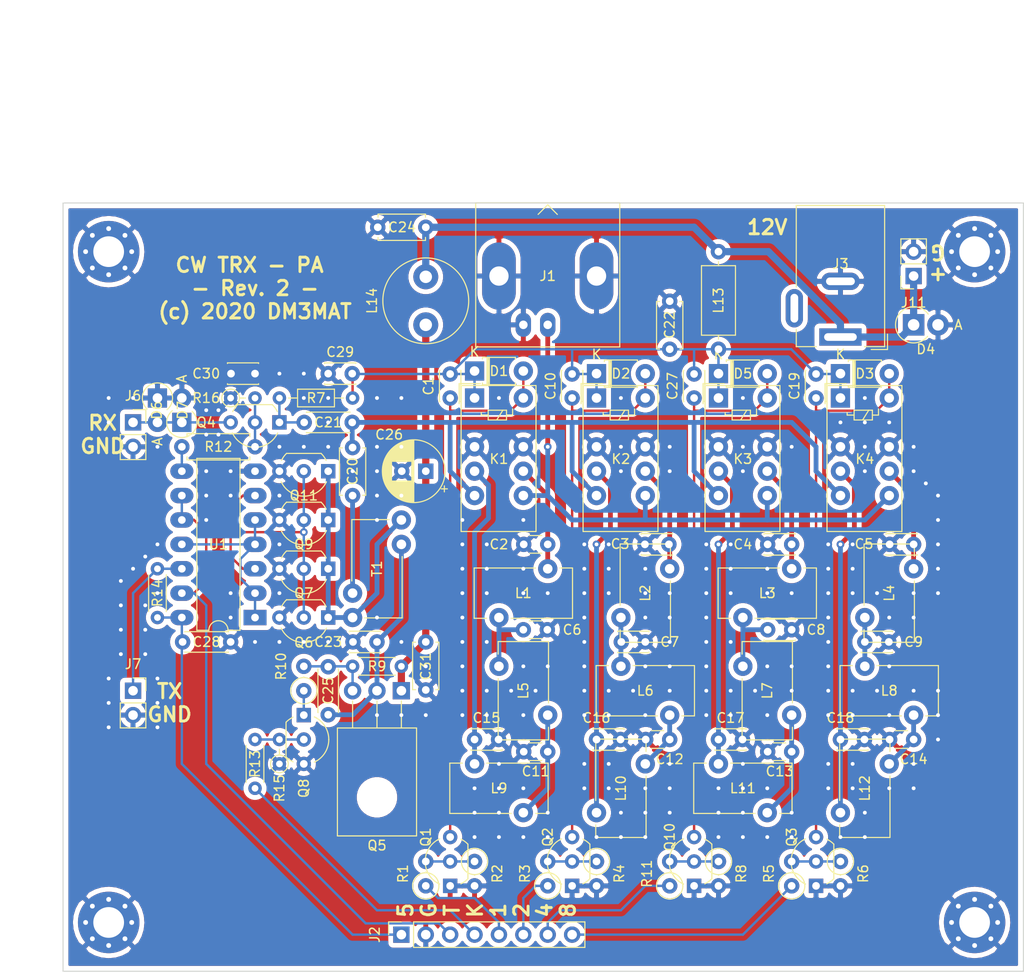
<source format=kicad_pcb>
(kicad_pcb (version 20171130) (host pcbnew 5.1.6-c6e7f7d~86~ubuntu18.04.1)
  (title_block (title "CW TRX PA") (date 2020-06-24) (rev 2) (company DM3MAT) (comment 1 "based on QCX"))
  (layers (0 F.Cu signal) (31 B.Cu signal) (34 B.Paste user) (35 F.Paste user) (36 B.SilkS user) (37 F.SilkS user) (38 B.Mask user) (39 F.Mask user) (44 Edge.Cuts user))
  (net 0 "")
  (net 1 +12V)
  (net 2 RL10M)
  (net 3 GND)
  (net 4 "Net-(C2-Pad1)")
  (net 5 "Net-(C3-Pad1)")
  (net 6 "Net-(C4-Pad1)")
  (net 7 "Net-(C5-Pad1)")
  (net 8 "Net-(C6-Pad1)")
  (net 9 "Net-(C7-Pad1)")
  (net 10 "Net-(C8-Pad1)")
  (net 11 "Net-(C9-Pad1)")
  (net 12 RL20M)
  (net 13 "Net-(C11-Pad1)")
  (net 14 "Net-(C12-Pad1)")
  (net 15 "Net-(C13-Pad1)")
  (net 16 "Net-(C14-Pad1)")
  (net 17 "Net-(C15-Pad1)")
  (net 18 "Net-(C16-Pad1)")
  (net 19 "Net-(C17-Pad1)")
  (net 20 "Net-(C18-Pad1)")
  (net 21 RL80M)
  (net 22 "Net-(C20-Pad2)")
  (net 23 LPF)
  (net 24 "Net-(C21-Pad1)")
  (net 25 "Net-(C23-Pad2)")
  (net 26 VCC)
  (net 27 "Net-(C25-Pad2)")
  (net 28 RL40M)
  (net 29 +5V)
  (net 30 "Net-(J1-Pad1)")
  (net 31 KEY5V)
  (net 32 TX5V)
  (net 33 10m)
  (net 34 20m)
  (net 35 40m)
  (net 36 80m)
  (net 37 "Net-(J3-Pad3)")
  (net 38 RX-HF)
  (net 39 TX-HF)
  (net 40 "Net-(Q1-Pad2)")
  (net 41 "Net-(Q2-Pad2)")
  (net 42 "Net-(Q3-Pad2)")
  (net 43 "Net-(Q11-Pad1)")
  (net 44 "Net-(Q11-Pad2)")
  (net 45 "Net-(Q8-Pad1)")
  (net 46 "Net-(Q10-Pad2)")
  (net 47 RX5V)
  (net 48 "Net-(U1-Pad1)")
  (net 49 "Net-(C26-Pad1)")
  (net 50 "Net-(Q8-Pad2)")
  (net 51 "Net-(C30-Pad1)")
  (module Capacitor_THT:C_Disc_D3.0mm_W2.0mm_P2.50mm (layer F.Cu) (at 121.74 74.755 180)
    (fp_text reference C30 (at 5.08 0) (layer F.SilkS))
    (fp_text value 100n)
    (pad 2 thru_hole circle (at 2.5 0 180) (size 1.6 1.6) (drill 0.8) (layers *.Cu *.Mask) (net 3 GND))
    (pad 1 thru_hole circle (at 0 0 180) (size 1.6 1.6) (drill 0.8) (layers *.Cu *.Mask) (net 51 "Net-(C30-Pad1)"))
  )
  (module Inductor_THT:L_Radial_D8.7mm_P5.00mm_Fastron_07HCP (layer F.Cu) (at 139.52 69.675 90)
    (fp_text reference L14 (at 2.5 -5.6 90) (layer F.SilkS))
    (fp_text value 22u)
    (pad 2 thru_hole circle (at 5 0 90) (size 2.6 2.6) (drill 1.3) (layers *.Cu *.Mask) (net 26 VCC))
    (pad 1 thru_hole circle (at 0 0 90) (size 2.6 2.6) (drill 1.3) (layers *.Cu *.Mask) (net 49 "Net-(C26-Pad1)"))
  )
  (module Capacitor_THT:C_Disc_D4.7mm_W2.5mm_P5.00mm (layer F.Cu) (at 139.52 107.695 90)
    (fp_text reference C31 (at 2.46 0 90) (layer F.SilkS))
    (fp_text value 100n)
    (pad 2 thru_hole circle (at 5 0 90) (size 1.6 1.6) (drill 0.8) (layers *.Cu *.Mask) (net 49 "Net-(C26-Pad1)"))
    (pad 1 thru_hole circle (at 0 0 90) (size 1.6 1.6) (drill 0.8) (layers *.Cu *.Mask) (net 3 GND))
  )
  (module Diode_THT:D_T-1_P2.54mm_Vertical_AnodeUp (layer F.Cu) (at 111.58 77.295 270)
    (fp_text reference D7 (at 1.27 -2.609214 90) (layer F.SilkS))
    (fp_text value 1n4148)
    (fp_text user A (at 4.54 0 90) (layer F.SilkS))
    (pad 2 thru_hole oval (at 2.54 0 270) (size 2 2) (drill 1) (layers *.Cu *.Mask) (net 38 RX-HF))
    (pad 1 thru_hole rect (at 0 0 270) (size 2 2) (drill 1) (layers *.Cu *.Mask) (net 3 GND))
  )
  (module Diode_THT:D_T-1_P2.54mm_Vertical_AnodeUp (layer F.Cu) (at 114.12 79.835 90)
    (fp_text reference D6 (at 1.27 -2.609214 90) (layer F.SilkS))
    (fp_text value 1n4148)
    (fp_text user A (at 4.54 0 90) (layer F.SilkS))
    (pad 2 thru_hole oval (at 2.54 0 90) (size 2 2) (drill 1) (layers *.Cu *.Mask) (net 3 GND))
    (pad 1 thru_hole rect (at 0 0 90) (size 2 2) (drill 1) (layers *.Cu *.Mask) (net 38 RX-HF))
  )
  (module Capacitor_THT:CP_Radial_D6.3mm_P2.50mm (layer F.Cu) (at 139.52 84.915 180)
    (fp_text reference C26 (at 3.81 3.81) (layer F.SilkS))
    (fp_text value 220u)
    (pad 2 thru_hole circle (at 2.5 0 180) (size 1.6 1.6) (drill 0.8) (layers *.Cu *.Mask) (net 3 GND))
    (pad 1 thru_hole rect (at 0 0 180) (size 1.6 1.6) (drill 0.8) (layers *.Cu *.Mask) (net 49 "Net-(C26-Pad1)"))
  )
  (module Capacitor_THT:C_Disc_D4.3mm_W1.9mm_P5.00mm (layer F.Cu) (at 119.2 102.695 180)
    (fp_text reference C28 (at 2.5 0) (layer F.SilkS))
    (fp_text value 100n)
    (pad 2 thru_hole circle (at 5 0 180) (size 1.6 1.6) (drill 0.8) (layers *.Cu *.Mask) (net 29 +5V))
    (pad 1 thru_hole circle (at 0 0 180) (size 1.6 1.6) (drill 0.8) (layers *.Cu *.Mask) (net 3 GND))
  )
  (module Resistor_THT:R_Axial_DIN0204_L3.6mm_D1.6mm_P5.08mm_Horizontal (layer F.Cu) (at 111.58 100.155 90)
    (fp_text reference R14 (at 2.54 0 90) (layer F.SilkS))
    (fp_text value 4.7k)
    (pad 2 thru_hole oval (at 5.08 0 90) (size 1.4 1.4) (drill 0.7) (layers *.Cu *.Mask) (net 39 TX-HF))
    (pad 1 thru_hole circle (at 0 0 90) (size 1.4 1.4) (drill 0.7) (layers *.Cu *.Mask) (net 29 +5V))
  )
  (module DM3MAT:L_Toroid_Vertical_L10.0mm_W5.0mm_P5.08mm_Diagonal_Rev (layer F.Cu) (at 172.54 107.775 90)
    (fp_text reference L7 (at 0 2.54 90) (layer F.SilkS))
    (fp_text value 750n)
    (pad 2 thru_hole circle (at -2.54 5.08 90) (size 2 2) (drill 1) (layers *.Cu *.Mask) (net 15 "Net-(C13-Pad1)"))
    (pad 1 thru_hole circle (at 2.54 0 90) (size 2 2) (drill 1) (layers *.Cu *.Mask) (net 10 "Net-(C8-Pad1)"))
  )
  (module DM3MAT:L_Toroid_Vertical_L10.0mm_W5.0mm_P5.08mm_Diagonal_Rev (layer F.Cu) (at 175.08 95.075)
    (fp_text reference L3 (at 0 2.54) (layer F.SilkS))
    (fp_text value 750n)
    (pad 2 thru_hole circle (at -2.54 5.08) (size 2 2) (drill 1) (layers *.Cu *.Mask) (net 10 "Net-(C8-Pad1)"))
    (pad 1 thru_hole circle (at 2.54 0) (size 2 2) (drill 1) (layers *.Cu *.Mask) (net 6 "Net-(C4-Pad1)"))
  )
  (module DM3MAT:L_Toroid_Vertical_L10.0mm_W5.0mm_P5.08mm_Diagonal_Rev (layer F.Cu) (at 147.14 107.775 90)
    (fp_text reference L5 (at 0 2.54 90) (layer F.SilkS))
    (fp_text value 330n)
    (pad 2 thru_hole circle (at -2.54 5.08 90) (size 2 2) (drill 1) (layers *.Cu *.Mask) (net 13 "Net-(C11-Pad1)"))
    (pad 1 thru_hole circle (at 2.54 0 90) (size 2 2) (drill 1) (layers *.Cu *.Mask) (net 8 "Net-(C6-Pad1)"))
  )
  (module DM3MAT:L_Toroid_Vertical_L10.0mm_W5.0mm_P5.08mm_Diagonal_Rev (layer F.Cu) (at 149.68 95.075)
    (fp_text reference L1 (at 0 2.54) (layer F.SilkS))
    (fp_text value 330n)
    (pad 2 thru_hole circle (at -2.54 5.08) (size 2 2) (drill 1) (layers *.Cu *.Mask) (net 8 "Net-(C6-Pad1)"))
    (pad 1 thru_hole circle (at 2.54 0) (size 2 2) (drill 1) (layers *.Cu *.Mask) (net 4 "Net-(C2-Pad1)"))
  )
  (module Capacitor_THT:C_Disc_D3.0mm_W2.0mm_P2.50mm (layer F.Cu) (at 129.36 74.755)
    (fp_text reference C29 (at 1.25 -2.25) (layer F.SilkS))
    (fp_text value 100n)
    (pad 2 thru_hole circle (at 2.5 0) (size 1.6 1.6) (drill 0.8) (layers *.Cu *.Mask) (net 1 +12V))
    (pad 1 thru_hole circle (at 0 0) (size 1.6 1.6) (drill 0.8) (layers *.Cu *.Mask) (net 3 GND))
  )
  (module Capacitor_THT:C_Disc_D4.3mm_W1.9mm_P5.00mm (layer F.Cu) (at 129.36 110.275 90)
    (fp_text reference C25 (at 2.5 0 90) (layer F.SilkS))
    (fp_text value 1u)
    (pad 2 thru_hole circle (at 5 0 90) (size 1.6 1.6) (drill 0.8) (layers *.Cu *.Mask) (net 27 "Net-(C25-Pad2)"))
    (pad 1 thru_hole circle (at 0 0 90) (size 1.6 1.6) (drill 0.8) (layers *.Cu *.Mask) (net 25 "Net-(C23-Pad2)"))
  )
  (module Capacitor_THT:C_Disc_D4.3mm_W1.9mm_P5.00mm (layer F.Cu) (at 126.86 79.835)
    (fp_text reference C21 (at 2.5 0) (layer F.SilkS))
    (fp_text value 1n)
    (pad 2 thru_hole circle (at 5 0) (size 1.6 1.6) (drill 0.8) (layers *.Cu *.Mask) (net 23 LPF))
    (pad 1 thru_hole circle (at 0 0) (size 1.6 1.6) (drill 0.8) (layers *.Cu *.Mask) (net 24 "Net-(C21-Pad1)"))
  )
  (module Resistor_THT:R_Axial_DIN0207_L6.3mm_D2.5mm_P7.62mm_Horizontal (layer F.Cu) (at 121.74 82.375 180)
    (fp_text reference R12 (at 3.81 0) (layer F.SilkS))
    (fp_text value 100)
    (pad 2 thru_hole oval (at 7.62 0 180) (size 1.6 1.6) (drill 0.8) (layers *.Cu *.Mask) (net 47 RX5V))
    (pad 1 thru_hole circle (at 0 0 180) (size 1.6 1.6) (drill 0.8) (layers *.Cu *.Mask) (net 51 "Net-(C30-Pad1)"))
  )
  (module Resistor_THT:R_Axial_DIN0207_L6.3mm_D2.5mm_P2.54mm_Vertical (layer F.Cu) (at 126.82 107.775 90)
    (fp_text reference R10 (at 2.54 -2.37 90) (layer F.SilkS))
    (fp_text value 1k)
    (pad 2 thru_hole oval (at 2.54 0 90) (size 1.6 1.6) (drill 0.8) (layers *.Cu *.Mask) (net 27 "Net-(C25-Pad2)"))
    (pad 1 thru_hole circle (at 0 0 90) (size 1.6 1.6) (drill 0.8) (layers *.Cu *.Mask) (net 45 "Net-(Q8-Pad1)"))
  )
  (module Package_TO_SOT_THT:TO-126-3_Horizontal_TabDown (layer F.Cu) (at 136.98 107.775 180)
    (fp_text reference Q5 (at 2.54 -16.12) (layer F.SilkS))
    (fp_text value BD140-16)
    (pad 3 thru_hole oval (at 5.08 0 180) (size 1.8 1.8) (drill 1) (layers *.Cu *.Mask) (net 27 "Net-(C25-Pad2)"))
    (pad 2 thru_hole oval (at 2.54 0 180) (size 1.8 1.8) (drill 1) (layers *.Cu *.Mask) (net 25 "Net-(C23-Pad2)"))
    (pad 1 thru_hole rect (at 0 0 180) (size 1.8 1.8) (drill 1) (layers *.Cu *.Mask) (net 49 "Net-(C26-Pad1)"))
    (pad "" np_thru_hole oval (at 2.54 -11.1 180) (size 3.2 3.2) (drill 3.2) (layers *.Cu *.Mask))
  )
  (module Capacitor_THT:C_Disc_D3.0mm_W2.0mm_P2.50mm (layer F.Cu) (at 167.46 77.295 90)
    (fp_text reference C27 (at 1.25 -2.25 90) (layer F.SilkS))
    (fp_text value 100n)
    (pad 2 thru_hole circle (at 2.5 0 90) (size 1.6 1.6) (drill 0.8) (layers *.Cu *.Mask) (net 1 +12V))
    (pad 1 thru_hole circle (at 0 0 90) (size 1.6 1.6) (drill 0.8) (layers *.Cu *.Mask) (net 28 RL40M))
  )
  (module Capacitor_THT:C_Disc_D3.0mm_W2.0mm_P2.50mm (layer F.Cu) (at 180.16 77.295 90)
    (fp_text reference C19 (at 1.25 -2.25 90) (layer F.SilkS))
    (fp_text value 100n)
    (pad 2 thru_hole circle (at 2.5 0 90) (size 1.6 1.6) (drill 0.8) (layers *.Cu *.Mask) (net 1 +12V))
    (pad 1 thru_hole circle (at 0 0 90) (size 1.6 1.6) (drill 0.8) (layers *.Cu *.Mask) (net 21 RL80M))
  )
  (module Capacitor_THT:C_Disc_D3.0mm_W2.0mm_P2.50mm (layer F.Cu) (at 154.76 77.295 90)
    (fp_text reference C10 (at 1.25 -2.25 90) (layer F.SilkS))
    (fp_text value 100n)
    (pad 2 thru_hole circle (at 2.5 0 90) (size 1.6 1.6) (drill 0.8) (layers *.Cu *.Mask) (net 1 +12V))
    (pad 1 thru_hole circle (at 0 0 90) (size 1.6 1.6) (drill 0.8) (layers *.Cu *.Mask) (net 12 RL20M))
  )
  (module Capacitor_THT:C_Disc_D3.0mm_W2.0mm_P2.50mm (layer F.Cu) (at 142.06 77.295 90)
    (fp_text reference C1 (at 1.25 -2.25 90) (layer F.SilkS))
    (fp_text value 100n)
    (pad 2 thru_hole circle (at 2.5 0 90) (size 1.6 1.6) (drill 0.8) (layers *.Cu *.Mask) (net 1 +12V))
    (pad 1 thru_hole circle (at 0 0 90) (size 1.6 1.6) (drill 0.8) (layers *.Cu *.Mask) (net 2 RL10M))
  )
  (module Connector_PinSocket_2.54mm:PinSocket_1x02_P2.54mm_Vertical (layer F.Cu) (at 190.32 64.595 180)
    (fp_text reference J11 (at 0 -2.77) (layer F.SilkS))
    (fp_text value RXSupply)
    (pad 2 thru_hole oval (at 0 2.54 180) (size 1.7 1.7) (drill 1) (layers *.Cu *.Mask) (net 3 GND))
    (pad 1 thru_hole rect (at 0 0 180) (size 1.7 1.7) (drill 1) (layers *.Cu *.Mask) (net 26 VCC))
  )
  (module MountingHole:MountingHole_3.2mm_M3_Pad_Via (layer F.Cu) (at 106.5 131.905)
    (fp_text reference H4 hide)
    (fp_text value GND)
    (pad 1 thru_hole circle (at 1.697056 -1.697056) (size 0.8 0.8) (drill 0.5) (layers *.Cu *.Mask) (net 3 GND))
    (pad 1 thru_hole circle (at 0 -2.4) (size 0.8 0.8) (drill 0.5) (layers *.Cu *.Mask) (net 3 GND))
    (pad 1 thru_hole circle (at -1.697056 -1.697056) (size 0.8 0.8) (drill 0.5) (layers *.Cu *.Mask) (net 3 GND))
    (pad 1 thru_hole circle (at -2.4 0) (size 0.8 0.8) (drill 0.5) (layers *.Cu *.Mask) (net 3 GND))
    (pad 1 thru_hole circle (at -1.697056 1.697056) (size 0.8 0.8) (drill 0.5) (layers *.Cu *.Mask) (net 3 GND))
    (pad 1 thru_hole circle (at 0 2.4) (size 0.8 0.8) (drill 0.5) (layers *.Cu *.Mask) (net 3 GND))
    (pad 1 thru_hole circle (at 1.697056 1.697056) (size 0.8 0.8) (drill 0.5) (layers *.Cu *.Mask) (net 3 GND))
    (pad 1 thru_hole circle (at 2.4 0) (size 0.8 0.8) (drill 0.5) (layers *.Cu *.Mask) (net 3 GND))
    (pad 1 thru_hole circle (at 0 0) (size 6.4 6.4) (drill 3.2) (layers *.Cu *.Mask) (net 3 GND))
  )
  (module MountingHole:MountingHole_3.2mm_M3_Pad_Via (layer F.Cu) (at 106.5 62.055)
    (fp_text reference H3 hide)
    (fp_text value GND)
    (pad 1 thru_hole circle (at 1.697056 -1.697056) (size 0.8 0.8) (drill 0.5) (layers *.Cu *.Mask) (net 3 GND))
    (pad 1 thru_hole circle (at 0 -2.4) (size 0.8 0.8) (drill 0.5) (layers *.Cu *.Mask) (net 3 GND))
    (pad 1 thru_hole circle (at -1.697056 -1.697056) (size 0.8 0.8) (drill 0.5) (layers *.Cu *.Mask) (net 3 GND))
    (pad 1 thru_hole circle (at -2.4 0) (size 0.8 0.8) (drill 0.5) (layers *.Cu *.Mask) (net 3 GND))
    (pad 1 thru_hole circle (at -1.697056 1.697056) (size 0.8 0.8) (drill 0.5) (layers *.Cu *.Mask) (net 3 GND))
    (pad 1 thru_hole circle (at 0 2.4) (size 0.8 0.8) (drill 0.5) (layers *.Cu *.Mask) (net 3 GND))
    (pad 1 thru_hole circle (at 1.697056 1.697056) (size 0.8 0.8) (drill 0.5) (layers *.Cu *.Mask) (net 3 GND))
    (pad 1 thru_hole circle (at 2.4 0) (size 0.8 0.8) (drill 0.5) (layers *.Cu *.Mask) (net 3 GND))
    (pad 1 thru_hole circle (at 0 0) (size 6.4 6.4) (drill 3.2) (layers *.Cu *.Mask) (net 3 GND))
  )
  (module MountingHole:MountingHole_3.2mm_M3_Pad_Via (layer F.Cu) (at 196.67 62.055)
    (fp_text reference H2 hide)
    (fp_text value GND)
    (pad 1 thru_hole circle (at 1.697056 -1.697056) (size 0.8 0.8) (drill 0.5) (layers *.Cu *.Mask) (net 3 GND))
    (pad 1 thru_hole circle (at 0 -2.4) (size 0.8 0.8) (drill 0.5) (layers *.Cu *.Mask) (net 3 GND))
    (pad 1 thru_hole circle (at -1.697056 -1.697056) (size 0.8 0.8) (drill 0.5) (layers *.Cu *.Mask) (net 3 GND))
    (pad 1 thru_hole circle (at -2.4 0) (size 0.8 0.8) (drill 0.5) (layers *.Cu *.Mask) (net 3 GND))
    (pad 1 thru_hole circle (at -1.697056 1.697056) (size 0.8 0.8) (drill 0.5) (layers *.Cu *.Mask) (net 3 GND))
    (pad 1 thru_hole circle (at 0 2.4) (size 0.8 0.8) (drill 0.5) (layers *.Cu *.Mask) (net 3 GND))
    (pad 1 thru_hole circle (at 1.697056 1.697056) (size 0.8 0.8) (drill 0.5) (layers *.Cu *.Mask) (net 3 GND))
    (pad 1 thru_hole circle (at 2.4 0) (size 0.8 0.8) (drill 0.5) (layers *.Cu *.Mask) (net 3 GND))
    (pad 1 thru_hole circle (at 0 0) (size 6.4 6.4) (drill 3.2) (layers *.Cu *.Mask) (net 3 GND))
  )
  (module MountingHole:MountingHole_3.2mm_M3_Pad_Via (layer F.Cu) (at 196.67 131.905)
    (fp_text reference H1 hide)
    (fp_text value GND)
    (pad 1 thru_hole circle (at 1.697056 -1.697056) (size 0.8 0.8) (drill 0.5) (layers *.Cu *.Mask) (net 3 GND))
    (pad 1 thru_hole circle (at 0 -2.4) (size 0.8 0.8) (drill 0.5) (layers *.Cu *.Mask) (net 3 GND))
    (pad 1 thru_hole circle (at -1.697056 -1.697056) (size 0.8 0.8) (drill 0.5) (layers *.Cu *.Mask) (net 3 GND))
    (pad 1 thru_hole circle (at -2.4 0) (size 0.8 0.8) (drill 0.5) (layers *.Cu *.Mask) (net 3 GND))
    (pad 1 thru_hole circle (at -1.697056 1.697056) (size 0.8 0.8) (drill 0.5) (layers *.Cu *.Mask) (net 3 GND))
    (pad 1 thru_hole circle (at 0 2.4) (size 0.8 0.8) (drill 0.5) (layers *.Cu *.Mask) (net 3 GND))
    (pad 1 thru_hole circle (at 1.697056 1.697056) (size 0.8 0.8) (drill 0.5) (layers *.Cu *.Mask) (net 3 GND))
    (pad 1 thru_hole circle (at 2.4 0) (size 0.8 0.8) (drill 0.5) (layers *.Cu *.Mask) (net 3 GND))
    (pad 1 thru_hole circle (at 0 0) (size 6.4 6.4) (drill 3.2) (layers *.Cu *.Mask) (net 3 GND))
  )
  (module Package_DIP:DIP-14_W7.62mm_LongPads (layer F.Cu) (at 121.74 100.155 180)
    (fp_text reference U1 (at 3.81 7.62) (layer F.SilkS))
    (fp_text value 74HCT00)
    (pad 14 thru_hole oval (at 7.62 0 180) (size 2.4 1.6) (drill 0.8) (layers *.Cu *.Mask) (net 29 +5V))
    (pad 7 thru_hole oval (at 0 15.24 180) (size 2.4 1.6) (drill 0.8) (layers *.Cu *.Mask) (net 3 GND))
    (pad 13 thru_hole oval (at 7.62 2.54 180) (size 2.4 1.6) (drill 0.8) (layers *.Cu *.Mask) (net 32 TX5V))
    (pad 6 thru_hole oval (at 0 12.7 180) (size 2.4 1.6) (drill 0.8) (layers *.Cu *.Mask) (net 44 "Net-(Q11-Pad2)"))
    (pad 12 thru_hole oval (at 7.62 5.08 180) (size 2.4 1.6) (drill 0.8) (layers *.Cu *.Mask) (net 39 TX-HF))
    (pad 5 thru_hole oval (at 0 10.16 180) (size 2.4 1.6) (drill 0.8) (layers *.Cu *.Mask) (net 48 "Net-(U1-Pad1)"))
    (pad 11 thru_hole oval (at 7.62 7.62 180) (size 2.4 1.6) (drill 0.8) (layers *.Cu *.Mask) (net 48 "Net-(U1-Pad1)"))
    (pad 4 thru_hole oval (at 0 7.62 180) (size 2.4 1.6) (drill 0.8) (layers *.Cu *.Mask) (net 48 "Net-(U1-Pad1)"))
    (pad 10 thru_hole oval (at 7.62 10.16 180) (size 2.4 1.6) (drill 0.8) (layers *.Cu *.Mask) (net 32 TX5V))
    (pad 3 thru_hole oval (at 0 5.08 180) (size 2.4 1.6) (drill 0.8) (layers *.Cu *.Mask) (net 44 "Net-(Q11-Pad2)"))
    (pad 9 thru_hole oval (at 7.62 12.7 180) (size 2.4 1.6) (drill 0.8) (layers *.Cu *.Mask) (net 32 TX5V))
    (pad 2 thru_hole oval (at 0 2.54 180) (size 2.4 1.6) (drill 0.8) (layers *.Cu *.Mask) (net 48 "Net-(U1-Pad1)"))
    (pad 8 thru_hole oval (at 7.62 15.24 180) (size 2.4 1.6) (drill 0.8) (layers *.Cu *.Mask) (net 47 RX5V))
    (pad 1 thru_hole rect (at 0 0 180) (size 2.4 1.6) (drill 0.8) (layers *.Cu *.Mask) (net 48 "Net-(U1-Pad1)"))
  )
  (module DM3MAT:Transformer_1P_1S_Toroid_Vertical_D10.5mm_Amidon-T37 (layer F.Cu) (at 134.44 95.075 270)
    (fp_text reference T1 (at 0 0 90) (layer F.SilkS))
    (fp_text value 8+8@FT37-43)
    (pad 4 thru_hole circle (at -2.54 -2.54 270) (size 2 2) (drill 1) (layers *.Cu *.Mask) (net 25 "Net-(C23-Pad2)"))
    (pad 1 thru_hole circle (at -5.08 -2.54 270) (size 2 2) (drill 1) (layers *.Cu *.Mask) (net 43 "Net-(Q11-Pad1)"))
    (pad 2 thru_hole circle (at 2.54 2.54 270) (size 2 2) (drill 1) (layers *.Cu *.Mask) (net 22 "Net-(C20-Pad2)"))
    (pad 3 thru_hole circle (at 5.08 2.54 270) (size 2 2) (drill 1) (layers *.Cu *.Mask) (net 43 "Net-(Q11-Pad1)"))
  )
  (module Resistor_THT:R_Axial_DIN0204_L3.6mm_D1.6mm_P2.54mm_Vertical (layer F.Cu) (at 119.2 77.295)
    (fp_text reference R16 (at -2.54 0) (layer F.SilkS))
    (fp_text value 10k)
    (pad 2 thru_hole oval (at 2.54 0) (size 1.4 1.4) (drill 0.7) (layers *.Cu *.Mask) (net 51 "Net-(C30-Pad1)"))
    (pad 1 thru_hole circle (at 0 0) (size 1.4 1.4) (drill 0.7) (layers *.Cu *.Mask) (net 3 GND))
  )
  (module Resistor_THT:R_Axial_DIN0204_L3.6mm_D1.6mm_P2.54mm_Vertical (layer F.Cu) (at 124.28 115.395 90)
    (fp_text reference R15 (at -2.54 0 90) (layer F.SilkS))
    (fp_text value 10k)
    (pad 2 thru_hole oval (at 2.54 0 90) (size 1.4 1.4) (drill 0.7) (layers *.Cu *.Mask) (net 50 "Net-(Q8-Pad2)"))
    (pad 1 thru_hole circle (at 0 0 90) (size 1.4 1.4) (drill 0.7) (layers *.Cu *.Mask) (net 3 GND))
  )
  (module Resistor_THT:R_Axial_DIN0204_L3.6mm_D1.6mm_P5.08mm_Horizontal (layer F.Cu) (at 121.74 112.855 270)
    (fp_text reference R13 (at 2.54 0 90) (layer F.SilkS))
    (fp_text value 100)
    (pad 2 thru_hole oval (at 5.08 0 270) (size 1.4 1.4) (drill 0.7) (layers *.Cu *.Mask) (net 31 KEY5V))
    (pad 1 thru_hole circle (at 0 0 270) (size 1.4 1.4) (drill 0.7) (layers *.Cu *.Mask) (net 50 "Net-(Q8-Pad2)"))
  )
  (module Resistor_THT:R_Axial_DIN0207_L6.3mm_D2.5mm_P2.54mm_Vertical (layer F.Cu) (at 164.92 128.095 90)
    (fp_text reference R11 (at 1.27 -2.37 90) (layer F.SilkS))
    (fp_text value 10k)
    (pad 2 thru_hole oval (at 2.54 0 90) (size 1.6 1.6) (drill 0.8) (layers *.Cu *.Mask) (net 46 "Net-(Q10-Pad2)"))
    (pad 1 thru_hole circle (at 0 0 90) (size 1.6 1.6) (drill 0.8) (layers *.Cu *.Mask) (net 35 40m))
  )
  (module Resistor_THT:R_Axial_DIN0204_L3.6mm_D1.6mm_P5.08mm_Horizontal (layer F.Cu) (at 131.9 105.235)
    (fp_text reference R9 (at 2.54 0) (layer F.SilkS))
    (fp_text value 470)
    (pad 2 thru_hole oval (at 5.08 0) (size 1.4 1.4) (drill 0.7) (layers *.Cu *.Mask) (net 49 "Net-(C26-Pad1)"))
    (pad 1 thru_hole circle (at 0 0) (size 1.4 1.4) (drill 0.7) (layers *.Cu *.Mask) (net 27 "Net-(C25-Pad2)"))
  )
  (module Resistor_THT:R_Axial_DIN0207_L6.3mm_D2.5mm_P2.54mm_Vertical (layer F.Cu) (at 170 125.555 270)
    (fp_text reference R8 (at 1.27 -2.37 90) (layer F.SilkS))
    (fp_text value 100k)
    (pad 2 thru_hole oval (at 2.54 0 270) (size 1.6 1.6) (drill 0.8) (layers *.Cu *.Mask) (net 3 GND))
    (pad 1 thru_hole circle (at 0 0 270) (size 1.6 1.6) (drill 0.8) (layers *.Cu *.Mask) (net 46 "Net-(Q10-Pad2)"))
  )
  (module Resistor_THT:R_Axial_DIN0204_L3.6mm_D1.6mm_P7.62mm_Horizontal (layer F.Cu) (at 124.28 77.295)
    (fp_text reference R7 (at 3.81 0) (layer F.SilkS))
    (fp_text value 10k)
    (pad 2 thru_hole oval (at 7.62 0) (size 1.4 1.4) (drill 0.7) (layers *.Cu *.Mask) (net 1 +12V))
    (pad 1 thru_hole circle (at 0 0) (size 1.4 1.4) (drill 0.7) (layers *.Cu *.Mask) (net 24 "Net-(C21-Pad1)"))
  )
  (module Resistor_THT:R_Axial_DIN0207_L6.3mm_D2.5mm_P2.54mm_Vertical (layer F.Cu) (at 182.7 125.555 270)
    (fp_text reference R6 (at 1.27 -2.37 90) (layer F.SilkS))
    (fp_text value 100k)
    (pad 2 thru_hole oval (at 2.54 0 270) (size 1.6 1.6) (drill 0.8) (layers *.Cu *.Mask) (net 3 GND))
    (pad 1 thru_hole circle (at 0 0 270) (size 1.6 1.6) (drill 0.8) (layers *.Cu *.Mask) (net 42 "Net-(Q3-Pad2)"))
  )
  (module Resistor_THT:R_Axial_DIN0207_L6.3mm_D2.5mm_P2.54mm_Vertical (layer F.Cu) (at 177.62 128.095 90)
    (fp_text reference R5 (at 1.27 -2.37 90) (layer F.SilkS))
    (fp_text value 10k)
    (pad 2 thru_hole oval (at 2.54 0 90) (size 1.6 1.6) (drill 0.8) (layers *.Cu *.Mask) (net 42 "Net-(Q3-Pad2)"))
    (pad 1 thru_hole circle (at 0 0 90) (size 1.6 1.6) (drill 0.8) (layers *.Cu *.Mask) (net 36 80m))
  )
  (module Resistor_THT:R_Axial_DIN0207_L6.3mm_D2.5mm_P2.54mm_Vertical (layer F.Cu) (at 157.3 125.555 270)
    (fp_text reference R4 (at 1.27 -2.37 90) (layer F.SilkS))
    (fp_text value 100k)
    (pad 2 thru_hole oval (at 2.54 0 270) (size 1.6 1.6) (drill 0.8) (layers *.Cu *.Mask) (net 3 GND))
    (pad 1 thru_hole circle (at 0 0 270) (size 1.6 1.6) (drill 0.8) (layers *.Cu *.Mask) (net 41 "Net-(Q2-Pad2)"))
  )
  (module Resistor_THT:R_Axial_DIN0207_L6.3mm_D2.5mm_P2.54mm_Vertical (layer F.Cu) (at 152.22 128.095 90)
    (fp_text reference R3 (at 1.27 -2.37 90) (layer F.SilkS))
    (fp_text value 10k)
    (pad 2 thru_hole oval (at 2.54 0 90) (size 1.6 1.6) (drill 0.8) (layers *.Cu *.Mask) (net 41 "Net-(Q2-Pad2)"))
    (pad 1 thru_hole circle (at 0 0 90) (size 1.6 1.6) (drill 0.8) (layers *.Cu *.Mask) (net 34 20m))
  )
  (module Resistor_THT:R_Axial_DIN0207_L6.3mm_D2.5mm_P2.54mm_Vertical (layer F.Cu) (at 144.6 125.555 270)
    (fp_text reference R2 (at 1.27 -2.37 90) (layer F.SilkS))
    (fp_text value 100k)
    (pad 2 thru_hole oval (at 2.54 0 270) (size 1.6 1.6) (drill 0.8) (layers *.Cu *.Mask) (net 3 GND))
    (pad 1 thru_hole circle (at 0 0 270) (size 1.6 1.6) (drill 0.8) (layers *.Cu *.Mask) (net 40 "Net-(Q1-Pad2)"))
  )
  (module Resistor_THT:R_Axial_DIN0207_L6.3mm_D2.5mm_P2.54mm_Vertical (layer F.Cu) (at 139.52 128.095 90)
    (fp_text reference R1 (at 1.27 -2.37 90) (layer F.SilkS))
    (fp_text value 10k)
    (pad 2 thru_hole oval (at 2.54 0 90) (size 1.6 1.6) (drill 0.8) (layers *.Cu *.Mask) (net 40 "Net-(Q1-Pad2)"))
    (pad 1 thru_hole circle (at 0 0 90) (size 1.6 1.6) (drill 0.8) (layers *.Cu *.Mask) (net 33 10m))
  )
  (module Package_TO_SOT_THT:TO-92_Inline_Wide (layer F.Cu) (at 129.36 84.915 180)
    (fp_text reference Q11 (at 2.54 -2.54) (layer F.SilkS))
    (fp_text value BS170 hide)
    (pad 1 thru_hole rect (at 0 0 270) (size 1.5 1.5) (drill 0.8) (layers *.Cu *.Mask) (net 43 "Net-(Q11-Pad1)"))
    (pad 3 thru_hole circle (at 5.08 0 270) (size 1.5 1.5) (drill 0.8) (layers *.Cu *.Mask) (net 3 GND))
    (pad 2 thru_hole circle (at 2.54 0 270) (size 1.5 1.5) (drill 0.8) (layers *.Cu *.Mask) (net 44 "Net-(Q11-Pad2)"))
  )
  (module Package_TO_SOT_THT:TO-92_Inline_Wide (layer F.Cu) (at 167.46 128.095 90)
    (fp_text reference Q10 (at 5.08 -2.54 90) (layer F.SilkS))
    (fp_text value 2N3904)
    (pad 1 thru_hole rect (at 0 0 180) (size 1.5 1.5) (drill 0.8) (layers *.Cu *.Mask) (net 3 GND))
    (pad 3 thru_hole circle (at 5.08 0 180) (size 1.5 1.5) (drill 0.8) (layers *.Cu *.Mask) (net 28 RL40M))
    (pad 2 thru_hole circle (at 2.54 0 180) (size 1.5 1.5) (drill 0.8) (layers *.Cu *.Mask) (net 46 "Net-(Q10-Pad2)"))
  )
  (module Package_TO_SOT_THT:TO-92_Inline_Wide (layer F.Cu) (at 129.36 89.995 180)
    (fp_text reference Q9 (at 2.54 -2.54) (layer F.SilkS))
    (fp_text value BS170 hide)
    (pad 1 thru_hole rect (at 0 0 270) (size 1.5 1.5) (drill 0.8) (layers *.Cu *.Mask) (net 43 "Net-(Q11-Pad1)"))
    (pad 3 thru_hole circle (at 5.08 0 270) (size 1.5 1.5) (drill 0.8) (layers *.Cu *.Mask) (net 3 GND))
    (pad 2 thru_hole circle (at 2.54 0 270) (size 1.5 1.5) (drill 0.8) (layers *.Cu *.Mask) (net 44 "Net-(Q11-Pad2)"))
  )
  (module Package_TO_SOT_THT:TO-92_Inline_Wide (layer F.Cu) (at 126.82 110.315 270)
    (fp_text reference Q8 (at 7.62 0 90) (layer F.SilkS))
    (fp_text value BS170)
    (pad 1 thru_hole rect (at 0 0) (size 1.5 1.5) (drill 0.8) (layers *.Cu *.Mask) (net 45 "Net-(Q8-Pad1)"))
    (pad 3 thru_hole circle (at 5.08 0) (size 1.5 1.5) (drill 0.8) (layers *.Cu *.Mask) (net 3 GND))
    (pad 2 thru_hole circle (at 2.54 0) (size 1.5 1.5) (drill 0.8) (layers *.Cu *.Mask) (net 50 "Net-(Q8-Pad2)"))
  )
  (module Package_TO_SOT_THT:TO-92_Inline_Wide (layer F.Cu) (at 129.36 95.075 180)
    (fp_text reference Q7 (at 2.54 -2.54) (layer F.SilkS))
    (fp_text value BS170 hide)
    (pad 1 thru_hole rect (at 0 0 270) (size 1.5 1.5) (drill 0.8) (layers *.Cu *.Mask) (net 43 "Net-(Q11-Pad1)"))
    (pad 3 thru_hole circle (at 5.08 0 270) (size 1.5 1.5) (drill 0.8) (layers *.Cu *.Mask) (net 3 GND))
    (pad 2 thru_hole circle (at 2.54 0 270) (size 1.5 1.5) (drill 0.8) (layers *.Cu *.Mask) (net 44 "Net-(Q11-Pad2)"))
  )
  (module Package_TO_SOT_THT:TO-92_Inline_Wide (layer F.Cu) (at 129.36 100.155 180)
    (fp_text reference Q6 (at 2.54 -2.6) (layer F.SilkS))
    (fp_text value BS170)
    (pad 1 thru_hole rect (at 0 0 270) (size 1.5 1.5) (drill 0.8) (layers *.Cu *.Mask) (net 43 "Net-(Q11-Pad1)"))
    (pad 3 thru_hole circle (at 5.08 0 270) (size 1.5 1.5) (drill 0.8) (layers *.Cu *.Mask) (net 3 GND))
    (pad 2 thru_hole circle (at 2.54 0 270) (size 1.5 1.5) (drill 0.8) (layers *.Cu *.Mask) (net 44 "Net-(Q11-Pad2)"))
  )
  (module Package_TO_SOT_THT:TO-92_Inline_Wide (layer F.Cu) (at 124.28 79.835 180)
    (fp_text reference Q4 (at 7.62 0) (layer F.SilkS))
    (fp_text value BS170)
    (pad 1 thru_hole rect (at 0 0 270) (size 1.5 1.5) (drill 0.8) (layers *.Cu *.Mask) (net 24 "Net-(C21-Pad1)"))
    (pad 3 thru_hole circle (at 5.08 0 270) (size 1.5 1.5) (drill 0.8) (layers *.Cu *.Mask) (net 38 RX-HF))
    (pad 2 thru_hole circle (at 2.54 0 270) (size 1.5 1.5) (drill 0.8) (layers *.Cu *.Mask) (net 51 "Net-(C30-Pad1)"))
  )
  (module Package_TO_SOT_THT:TO-92_Inline_Wide (layer F.Cu) (at 180.16 128.095 90)
    (fp_text reference Q3 (at 5.08 -2.54 90) (layer F.SilkS))
    (fp_text value 2N3904)
    (pad 1 thru_hole rect (at 0 0 180) (size 1.5 1.5) (drill 0.8) (layers *.Cu *.Mask) (net 3 GND))
    (pad 3 thru_hole circle (at 5.08 0 180) (size 1.5 1.5) (drill 0.8) (layers *.Cu *.Mask) (net 21 RL80M))
    (pad 2 thru_hole circle (at 2.54 0 180) (size 1.5 1.5) (drill 0.8) (layers *.Cu *.Mask) (net 42 "Net-(Q3-Pad2)"))
  )
  (module Package_TO_SOT_THT:TO-92_Inline_Wide (layer F.Cu) (at 154.76 128.095 90)
    (fp_text reference Q2 (at 5.08 -2.54 90) (layer F.SilkS))
    (fp_text value 2N3904)
    (pad 1 thru_hole rect (at 0 0 180) (size 1.5 1.5) (drill 0.8) (layers *.Cu *.Mask) (net 3 GND))
    (pad 3 thru_hole circle (at 5.08 0 180) (size 1.5 1.5) (drill 0.8) (layers *.Cu *.Mask) (net 12 RL20M))
    (pad 2 thru_hole circle (at 2.54 0 180) (size 1.5 1.5) (drill 0.8) (layers *.Cu *.Mask) (net 41 "Net-(Q2-Pad2)"))
  )
  (module Package_TO_SOT_THT:TO-92_Inline_Wide (layer F.Cu) (at 142.06 128.095 90)
    (fp_text reference Q1 (at 5.08 -2.54 90) (layer F.SilkS))
    (fp_text value 2N3904)
    (pad 1 thru_hole rect (at 0 0 180) (size 1.5 1.5) (drill 0.8) (layers *.Cu *.Mask) (net 3 GND))
    (pad 3 thru_hole circle (at 5.08 0 180) (size 1.5 1.5) (drill 0.8) (layers *.Cu *.Mask) (net 2 RL10M))
    (pad 2 thru_hole circle (at 2.54 0 180) (size 1.5 1.5) (drill 0.8) (layers *.Cu *.Mask) (net 40 "Net-(Q1-Pad2)"))
  )
  (module Inductor_THT:L_Axial_L7.0mm_D3.3mm_P10.16mm_Horizontal_Fastron_MICC (layer F.Cu) (at 170 72.215 90)
    (fp_text reference L13 (at 5.08 0 90) (layer F.SilkS))
    (fp_text value 100u)
    (pad 2 thru_hole oval (at 10.16 0 90) (size 1.6 1.6) (drill 0.8) (layers *.Cu *.Mask) (net 26 VCC))
    (pad 1 thru_hole circle (at 0 0 90) (size 1.6 1.6) (drill 0.8) (layers *.Cu *.Mask) (net 1 +12V))
  )
  (module DM3MAT:L_Toroid_Vertical_L10.0mm_W5.0mm_P5.08mm_Diagonal (layer F.Cu) (at 185.24 117.935 270)
    (fp_text reference L12 (at 0 0 90) (layer F.SilkS))
    (fp_text value 1700n)
    (pad 2 thru_hole circle (at 2.54 2.54 270) (size 2 2) (drill 1) (layers *.Cu *.Mask) (net 20 "Net-(C18-Pad1)"))
    (pad 1 thru_hole circle (at -2.54 -2.54 270) (size 2 2) (drill 1) (layers *.Cu *.Mask) (net 16 "Net-(C14-Pad1)"))
  )
  (module DM3MAT:L_Toroid_Vertical_L10.0mm_W5.0mm_P5.08mm_Diagonal (layer F.Cu) (at 172.54 117.935 180)
    (fp_text reference L11 (at 0 0) (layer F.SilkS))
    (fp_text value 750n)
    (pad 2 thru_hole circle (at 2.54 2.54 180) (size 2 2) (drill 1) (layers *.Cu *.Mask) (net 19 "Net-(C17-Pad1)"))
    (pad 1 thru_hole circle (at -2.54 -2.54 180) (size 2 2) (drill 1) (layers *.Cu *.Mask) (net 15 "Net-(C13-Pad1)"))
  )
  (module DM3MAT:L_Toroid_Vertical_L10.0mm_W5.0mm_P5.08mm_Diagonal (layer F.Cu) (at 159.84 117.935 270)
    (fp_text reference L10 (at 0 0 90) (layer F.SilkS))
    (fp_text value 480n)
    (pad 2 thru_hole circle (at 2.54 2.54 270) (size 2 2) (drill 1) (layers *.Cu *.Mask) (net 18 "Net-(C16-Pad1)"))
    (pad 1 thru_hole circle (at -2.54 -2.54 270) (size 2 2) (drill 1) (layers *.Cu *.Mask) (net 14 "Net-(C12-Pad1)"))
  )
  (module DM3MAT:L_Toroid_Vertical_L10.0mm_W5.0mm_P5.08mm_Diagonal (layer F.Cu) (at 147.14 117.935 180)
    (fp_text reference L9 (at 0 0) (layer F.SilkS))
    (fp_text value 330n)
    (pad 2 thru_hole circle (at 2.54 2.54 180) (size 2 2) (drill 1) (layers *.Cu *.Mask) (net 17 "Net-(C15-Pad1)"))
    (pad 1 thru_hole circle (at -2.54 -2.54 180) (size 2 2) (drill 1) (layers *.Cu *.Mask) (net 13 "Net-(C11-Pad1)"))
  )
  (module DM3MAT:L_Toroid_Vertical_L10.0mm_W5.0mm_P5.08mm_Diagonal (layer F.Cu) (at 187.78 107.775)
    (fp_text reference L8 (at 0 0) (layer F.SilkS))
    (fp_text value 1700n)
    (pad 2 thru_hole circle (at 2.54 2.54) (size 2 2) (drill 1) (layers *.Cu *.Mask) (net 16 "Net-(C14-Pad1)"))
    (pad 1 thru_hole circle (at -2.54 -2.54) (size 2 2) (drill 1) (layers *.Cu *.Mask) (net 11 "Net-(C9-Pad1)"))
  )
  (module DM3MAT:L_Toroid_Vertical_L10.0mm_W5.0mm_P5.08mm_Diagonal (layer F.Cu) (at 162.38 107.775)
    (fp_text reference L6 (at 0 0) (layer F.SilkS))
    (fp_text value 480n)
    (pad 2 thru_hole circle (at 2.54 2.54) (size 2 2) (drill 1) (layers *.Cu *.Mask) (net 14 "Net-(C12-Pad1)"))
    (pad 1 thru_hole circle (at -2.54 -2.54) (size 2 2) (drill 1) (layers *.Cu *.Mask) (net 9 "Net-(C7-Pad1)"))
  )
  (module DM3MAT:L_Toroid_Vertical_L10.0mm_W5.0mm_P5.08mm_Diagonal (layer F.Cu) (at 187.78 97.615 270)
    (fp_text reference L4 (at 0 0 90) (layer F.SilkS))
    (fp_text value 1700n)
    (pad 2 thru_hole circle (at 2.54 2.54 270) (size 2 2) (drill 1) (layers *.Cu *.Mask) (net 11 "Net-(C9-Pad1)"))
    (pad 1 thru_hole circle (at -2.54 -2.54 270) (size 2 2) (drill 1) (layers *.Cu *.Mask) (net 7 "Net-(C5-Pad1)"))
  )
  (module DM3MAT:L_Toroid_Vertical_L10.0mm_W5.0mm_P5.08mm_Diagonal (layer F.Cu) (at 162.38 97.615 270)
    (fp_text reference L2 (at 0 0 90) (layer F.SilkS))
    (fp_text value 480n)
    (pad 2 thru_hole circle (at 2.54 2.54 270) (size 2 2) (drill 1) (layers *.Cu *.Mask) (net 9 "Net-(C7-Pad1)"))
    (pad 1 thru_hole circle (at -2.54 -2.54 270) (size 2 2) (drill 1) (layers *.Cu *.Mask) (net 5 "Net-(C3-Pad1)"))
  )
  (module Relay_THT:Relay_DPDT_Omron_G6S-2 (layer F.Cu) (at 182.7 77.295)
    (fp_text reference K4 (at 2.54 6.35) (layer F.SilkS))
    (fp_text value G6S-2)
    (pad 5 thru_hole circle (at 0 10.16) (size 2 2) (drill 1) (layers *.Cu *.Mask) (net 23 LPF))
    (pad 8 thru_hole circle (at 5.08 10.16) (size 2 2) (drill 1) (layers *.Cu *.Mask) (net 30 "Net-(J1-Pad1)"))
    (pad 3 thru_hole circle (at 0 5.08) (size 2 2) (drill 1) (layers *.Cu *.Mask) (net 3 GND))
    (pad 1 thru_hole rect (at 0 0) (size 2 2) (drill 1) (layers *.Cu *.Mask) (net 1 +12V))
    (pad 10 thru_hole circle (at 5.08 5.08) (size 2 2) (drill 1) (layers *.Cu *.Mask) (net 3 GND))
    (pad 12 thru_hole circle (at 5.08 0) (size 2 2) (drill 1) (layers *.Cu *.Mask) (net 21 RL80M))
    (pad 4 thru_hole circle (at 0 7.62 270) (size 2 2) (drill 1) (layers *.Cu *.Mask) (net 20 "Net-(C18-Pad1)"))
    (pad 9 thru_hole circle (at 5.08 7.62 270) (size 2 2) (drill 1) (layers *.Cu *.Mask) (net 7 "Net-(C5-Pad1)"))
  )
  (module Relay_THT:Relay_DPDT_Omron_G6S-2 (layer F.Cu) (at 170 77.295)
    (fp_text reference K3 (at 2.54 6.35) (layer F.SilkS))
    (fp_text value G6S-2)
    (pad 5 thru_hole circle (at 0 10.16) (size 2 2) (drill 1) (layers *.Cu *.Mask) (net 23 LPF))
    (pad 8 thru_hole circle (at 5.08 10.16) (size 2 2) (drill 1) (layers *.Cu *.Mask) (net 30 "Net-(J1-Pad1)"))
    (pad 3 thru_hole circle (at 0 5.08) (size 2 2) (drill 1) (layers *.Cu *.Mask) (net 3 GND))
    (pad 1 thru_hole rect (at 0 0) (size 2 2) (drill 1) (layers *.Cu *.Mask) (net 1 +12V))
    (pad 10 thru_hole circle (at 5.08 5.08) (size 2 2) (drill 1) (layers *.Cu *.Mask) (net 3 GND))
    (pad 12 thru_hole circle (at 5.08 0) (size 2 2) (drill 1) (layers *.Cu *.Mask) (net 28 RL40M))
    (pad 4 thru_hole circle (at 0 7.62 270) (size 2 2) (drill 1) (layers *.Cu *.Mask) (net 19 "Net-(C17-Pad1)"))
    (pad 9 thru_hole circle (at 5.08 7.62 270) (size 2 2) (drill 1) (layers *.Cu *.Mask) (net 6 "Net-(C4-Pad1)"))
  )
  (module Relay_THT:Relay_DPDT_Omron_G6S-2 (layer F.Cu) (at 157.3 77.295)
    (fp_text reference K2 (at 2.54 6.35) (layer F.SilkS))
    (fp_text value G6S-2)
    (pad 5 thru_hole circle (at 0 10.16) (size 2 2) (drill 1) (layers *.Cu *.Mask) (net 23 LPF))
    (pad 8 thru_hole circle (at 5.08 10.16) (size 2 2) (drill 1) (layers *.Cu *.Mask) (net 30 "Net-(J1-Pad1)"))
    (pad 3 thru_hole circle (at 0 5.08) (size 2 2) (drill 1) (layers *.Cu *.Mask) (net 3 GND))
    (pad 1 thru_hole rect (at 0 0) (size 2 2) (drill 1) (layers *.Cu *.Mask) (net 1 +12V))
    (pad 10 thru_hole circle (at 5.08 5.08) (size 2 2) (drill 1) (layers *.Cu *.Mask) (net 3 GND))
    (pad 12 thru_hole circle (at 5.08 0) (size 2 2) (drill 1) (layers *.Cu *.Mask) (net 12 RL20M))
    (pad 4 thru_hole circle (at 0 7.62 270) (size 2 2) (drill 1) (layers *.Cu *.Mask) (net 18 "Net-(C16-Pad1)"))
    (pad 9 thru_hole circle (at 5.08 7.62 270) (size 2 2) (drill 1) (layers *.Cu *.Mask) (net 5 "Net-(C3-Pad1)"))
  )
  (module Relay_THT:Relay_DPDT_Omron_G6S-2 (layer F.Cu) (at 144.6 77.295)
    (fp_text reference K1 (at 2.54 6.35) (layer F.SilkS))
    (fp_text value G6S-2)
    (pad 5 thru_hole circle (at 0 10.16) (size 2 2) (drill 1) (layers *.Cu *.Mask) (net 23 LPF))
    (pad 8 thru_hole circle (at 5.08 10.16) (size 2 2) (drill 1) (layers *.Cu *.Mask) (net 30 "Net-(J1-Pad1)"))
    (pad 3 thru_hole circle (at 0 5.08) (size 2 2) (drill 1) (layers *.Cu *.Mask) (net 3 GND))
    (pad 1 thru_hole rect (at 0 0) (size 2 2) (drill 1) (layers *.Cu *.Mask) (net 1 +12V))
    (pad 10 thru_hole circle (at 5.08 5.08) (size 2 2) (drill 1) (layers *.Cu *.Mask) (net 3 GND))
    (pad 12 thru_hole circle (at 5.08 0) (size 2 2) (drill 1) (layers *.Cu *.Mask) (net 2 RL10M))
    (pad 4 thru_hole circle (at 0 7.62 270) (size 2 2) (drill 1) (layers *.Cu *.Mask) (net 17 "Net-(C15-Pad1)"))
    (pad 9 thru_hole circle (at 5.08 7.62 270) (size 2 2) (drill 1) (layers *.Cu *.Mask) (net 4 "Net-(C2-Pad1)"))
  )
  (module Connector_PinSocket_2.54mm:PinSocket_1x02_P2.54mm_Vertical (layer F.Cu) (at 109.04 107.775)
    (fp_text reference J7 (at 0 -2.77) (layer F.SilkS))
    (fp_text value TX-HF)
    (pad 2 thru_hole oval (at 0 2.54) (size 1.7 1.7) (drill 1) (layers *.Cu *.Mask) (net 3 GND))
    (pad 1 thru_hole rect (at 0 0) (size 1.7 1.7) (drill 1) (layers *.Cu *.Mask) (net 39 TX-HF))
  )
  (module Connector_PinSocket_2.54mm:PinSocket_1x02_P2.54mm_Vertical (layer F.Cu) (at 109.04 79.835)
    (fp_text reference J6 (at 0 -2.77) (layer F.SilkS))
    (fp_text value RX-HF)
    (pad 2 thru_hole oval (at 0 2.54) (size 1.7 1.7) (drill 1) (layers *.Cu *.Mask) (net 3 GND))
    (pad 1 thru_hole rect (at 0 0) (size 1.7 1.7) (drill 1) (layers *.Cu *.Mask) (net 38 RX-HF))
  )
  (module Connector_BarrelJack:BarrelJack_Wuerth_6941xx301002 (layer F.Cu) (at 182.7 70.945 180)
    (fp_text reference J3 (at 0 7.62) (layer F.SilkS))
    (fp_text value Barrel_Jack_Switch)
    (pad 1 thru_hole rect (at 0 0 180) (size 4.4 1.8) (drill oval 3.4 0.8) (layers *.Cu *.Mask) (net 26 VCC))
    (pad 2 thru_hole oval (at 0 5.8 180) (size 4 1.8) (drill oval 3 0.8) (layers *.Cu *.Mask) (net 3 GND))
    (pad 3 thru_hole oval (at 4.8 3 270) (size 4 1.8) (drill oval 3 0.8) (layers *.Cu *.Mask) (net 37 "Net-(J3-Pad3)"))
  )
  (module Connector_PinSocket_2.54mm:PinSocket_1x08_P2.54mm_Vertical (layer F.Cu) (at 136.98 133.175 90)
    (fp_text reference J2 (at 0 -2.77 90) (layer F.SilkS))
    (fp_text value FromRX)
    (pad 8 thru_hole oval (at 0 17.78 90) (size 1.7 1.7) (drill 1) (layers *.Cu *.Mask) (net 36 80m))
    (pad 7 thru_hole oval (at 0 15.24 90) (size 1.7 1.7) (drill 1) (layers *.Cu *.Mask) (net 35 40m))
    (pad 6 thru_hole oval (at 0 12.7 90) (size 1.7 1.7) (drill 1) (layers *.Cu *.Mask) (net 34 20m))
    (pad 5 thru_hole oval (at 0 10.16 90) (size 1.7 1.7) (drill 1) (layers *.Cu *.Mask) (net 33 10m))
    (pad 4 thru_hole oval (at 0 7.62 90) (size 1.7 1.7) (drill 1) (layers *.Cu *.Mask) (net 31 KEY5V))
    (pad 3 thru_hole oval (at 0 5.08 90) (size 1.7 1.7) (drill 1) (layers *.Cu *.Mask) (net 32 TX5V))
    (pad 2 thru_hole oval (at 0 2.54 90) (size 1.7 1.7) (drill 1) (layers *.Cu *.Mask) (net 3 GND))
    (pad 1 thru_hole rect (at 0 0 90) (size 1.7 1.7) (drill 1) (layers *.Cu *.Mask) (net 29 +5V))
  )
  (module Connector_Coaxial:BNC_Amphenol_B6252HB-NPP3G-50_Horizontal (layer F.Cu) (at 152.22 69.675)
    (fp_text reference J1 (at 0 -5.08) (layer F.SilkS))
    (fp_text value Conn_Coaxial hide)
    (pad 2 thru_hole oval (at -2.54 0) (size 1.6 2.5) (drill 0.89) (layers *.Cu *.Mask) (net 3 GND))
    (pad 1 thru_hole oval (at 0 0) (size 1.6 2.5) (drill 0.89) (layers *.Cu *.Mask) (net 30 "Net-(J1-Pad1)"))
    (pad 2 thru_hole oval (at 5.08 -5.08) (size 3.5 7) (drill 2.01) (layers *.Cu *.Mask) (net 3 GND))
    (pad 2 thru_hole oval (at -5.08 -5.08) (size 3.5 7) (drill 2.01) (layers *.Cu *.Mask) (net 3 GND))
  )
  (module Diode_THT:D_T-1_P5.08mm_Horizontal (layer F.Cu) (at 170 74.755)
    (fp_text reference D5 (at 2.54 0) (layer F.SilkS))
    (fp_text value 1n4148)
    (fp_text user K (at 0 -2) (layer F.SilkS))
    (pad 2 thru_hole oval (at 5.08 0) (size 2 2) (drill 1) (layers *.Cu *.Mask) (net 28 RL40M))
    (pad 1 thru_hole rect (at 0 0) (size 2 2) (drill 1) (layers *.Cu *.Mask) (net 1 +12V))
  )
  (module Diode_THT:D_DO-15_P2.54mm_Vertical_AnodeUp (layer F.Cu) (at 190.32 69.675)
    (fp_text reference D4 (at 1.27 2.54) (layer F.SilkS))
    (fp_text value 1N4001)
    (fp_text user A (at 4.66 0) (layer F.SilkS))
    (pad 2 thru_hole oval (at 2.54 0) (size 2.24 2.24) (drill 1.2) (layers *.Cu *.Mask) (net 3 GND))
    (pad 1 thru_hole rect (at 0 0) (size 2.24 2.24) (drill 1.2) (layers *.Cu *.Mask) (net 26 VCC))
  )
  (module Diode_THT:D_T-1_P5.08mm_Horizontal (layer F.Cu) (at 182.7 74.755)
    (fp_text reference D3 (at 2.54 0) (layer F.SilkS))
    (fp_text value 1n4148)
    (fp_text user K (at 0 -2) (layer F.SilkS))
    (pad 2 thru_hole oval (at 5.08 0) (size 2 2) (drill 1) (layers *.Cu *.Mask) (net 21 RL80M))
    (pad 1 thru_hole rect (at 0 0) (size 2 2) (drill 1) (layers *.Cu *.Mask) (net 1 +12V))
  )
  (module Diode_THT:D_T-1_P5.08mm_Horizontal (layer F.Cu) (at 157.3 74.755)
    (fp_text reference D2 (at 2.54 0) (layer F.SilkS))
    (fp_text value 1n4148)
    (fp_text user K (at 0 -2) (layer F.SilkS))
    (pad 2 thru_hole oval (at 5.08 0) (size 2 2) (drill 1) (layers *.Cu *.Mask) (net 12 RL20M))
    (pad 1 thru_hole rect (at 0 0) (size 2 2) (drill 1) (layers *.Cu *.Mask) (net 1 +12V))
  )
  (module Diode_THT:D_T-1_P5.08mm_Horizontal (layer F.Cu) (at 144.6 74.485)
    (fp_text reference D1 (at 2.54 0) (layer F.SilkS))
    (fp_text value 1n4148)
    (fp_text user K (at 0 -2) (layer F.SilkS))
    (pad 2 thru_hole oval (at 5.08 0) (size 2 2) (drill 1) (layers *.Cu *.Mask) (net 2 RL10M))
    (pad 1 thru_hole rect (at 0 0) (size 2 2) (drill 1) (layers *.Cu *.Mask) (net 1 +12V))
  )
  (module Capacitor_THT:C_Disc_D4.7mm_W2.5mm_P5.00mm (layer F.Cu) (at 134.52 59.515)
    (fp_text reference C24 (at 2.54 0) (layer F.SilkS))
    (fp_text value 100n)
    (pad 2 thru_hole circle (at 5 0) (size 1.6 1.6) (drill 0.8) (layers *.Cu *.Mask) (net 26 VCC))
    (pad 1 thru_hole circle (at 0 0) (size 1.6 1.6) (drill 0.8) (layers *.Cu *.Mask) (net 3 GND))
  )
  (module Capacitor_THT:C_Disc_D3.0mm_W2.0mm_P2.50mm (layer F.Cu) (at 131.94 102.695)
    (fp_text reference C23 (at -2.58 0) (layer F.SilkS))
    (fp_text value 100n)
    (pad 2 thru_hole circle (at 2.5 0) (size 1.6 1.6) (drill 0.8) (layers *.Cu *.Mask) (net 25 "Net-(C23-Pad2)"))
    (pad 1 thru_hole circle (at 0 0) (size 1.6 1.6) (drill 0.8) (layers *.Cu *.Mask) (net 3 GND))
  )
  (module Capacitor_THT:C_Disc_D4.7mm_W2.5mm_P5.00mm (layer F.Cu) (at 164.92 67.215 270)
    (fp_text reference C22 (at 2.46 0 90) (layer F.SilkS))
    (fp_text value 100n)
    (pad 2 thru_hole circle (at 5 0 270) (size 1.6 1.6) (drill 0.8) (layers *.Cu *.Mask) (net 1 +12V))
    (pad 1 thru_hole circle (at 0 0 270) (size 1.6 1.6) (drill 0.8) (layers *.Cu *.Mask) (net 3 GND))
  )
  (module Capacitor_THT:C_Disc_D4.7mm_W2.5mm_P5.00mm (layer F.Cu) (at 131.9 82.455 270)
    (fp_text reference C20 (at 2.46 0 90) (layer F.SilkS))
    (fp_text value 100n)
    (pad 2 thru_hole circle (at 5 0 270) (size 1.6 1.6) (drill 0.8) (layers *.Cu *.Mask) (net 22 "Net-(C20-Pad2)"))
    (pad 1 thru_hole circle (at 0 0 270) (size 1.6 1.6) (drill 0.8) (layers *.Cu *.Mask) (net 23 LPF))
  )
  (module Capacitor_THT:C_Disc_D3.0mm_W2.0mm_P2.50mm (layer F.Cu) (at 182.7 112.855)
    (fp_text reference C18 (at 0 -2.25) (layer F.SilkS))
    (fp_text value 820p)
    (pad 2 thru_hole circle (at 2.5 0) (size 1.6 1.6) (drill 0.8) (layers *.Cu *.Mask) (net 3 GND))
    (pad 1 thru_hole circle (at 0 0) (size 1.6 1.6) (drill 0.8) (layers *.Cu *.Mask) (net 20 "Net-(C18-Pad1)"))
  )
  (module Capacitor_THT:C_Disc_D3.0mm_W2.0mm_P2.50mm (layer F.Cu) (at 170 112.855)
    (fp_text reference C17 (at 1.25 -2.25) (layer F.SilkS))
    (fp_text value 470p)
    (pad 2 thru_hole circle (at 2.5 0) (size 1.6 1.6) (drill 0.8) (layers *.Cu *.Mask) (net 3 GND))
    (pad 1 thru_hole circle (at 0 0) (size 1.6 1.6) (drill 0.8) (layers *.Cu *.Mask) (net 19 "Net-(C17-Pad1)"))
  )
  (module Capacitor_THT:C_Disc_D3.0mm_W2.0mm_P2.50mm (layer F.Cu) (at 157.3 112.855)
    (fp_text reference C16 (at 0 -2.25) (layer F.SilkS))
    (fp_text value 220p)
    (pad 2 thru_hole circle (at 2.5 0) (size 1.6 1.6) (drill 0.8) (layers *.Cu *.Mask) (net 3 GND))
    (pad 1 thru_hole circle (at 0 0) (size 1.6 1.6) (drill 0.8) (layers *.Cu *.Mask) (net 18 "Net-(C16-Pad1)"))
  )
  (module Capacitor_THT:C_Disc_D3.0mm_W2.0mm_P2.50mm (layer F.Cu) (at 144.6 112.855)
    (fp_text reference C15 (at 1.25 -2.25) (layer F.SilkS))
    (fp_text value 100p)
    (pad 2 thru_hole circle (at 2.5 0) (size 1.6 1.6) (drill 0.8) (layers *.Cu *.Mask) (net 3 GND))
    (pad 1 thru_hole circle (at 0 0) (size 1.6 1.6) (drill 0.8) (layers *.Cu *.Mask) (net 17 "Net-(C15-Pad1)"))
  )
  (module Capacitor_THT:C_Disc_D3.0mm_W1.6mm_P2.50mm (layer F.Cu) (at 190.32 112.855 180)
    (fp_text reference C14 (at 0 -2.05) (layer F.SilkS))
    (fp_text value 1.5n)
    (pad 2 thru_hole circle (at 2.5 0 180) (size 1.6 1.6) (drill 0.8) (layers *.Cu *.Mask) (net 3 GND))
    (pad 1 thru_hole circle (at 0 0 180) (size 1.6 1.6) (drill 0.8) (layers *.Cu *.Mask) (net 16 "Net-(C14-Pad1)"))
  )
  (module Capacitor_THT:C_Disc_D3.0mm_W1.6mm_P2.50mm (layer F.Cu) (at 177.62 114.125 180)
    (fp_text reference C13 (at 1.25 -2.05) (layer F.SilkS))
    (fp_text value 1n)
    (pad 2 thru_hole circle (at 2.5 0 180) (size 1.6 1.6) (drill 0.8) (layers *.Cu *.Mask) (net 3 GND))
    (pad 1 thru_hole circle (at 0 0 180) (size 1.6 1.6) (drill 0.8) (layers *.Cu *.Mask) (net 15 "Net-(C13-Pad1)"))
  )
  (module Capacitor_THT:C_Disc_D3.0mm_W1.6mm_P2.50mm (layer F.Cu) (at 164.92 112.855 180)
    (fp_text reference C12 (at 0 -2.05) (layer F.SilkS))
    (fp_text value 470p)
    (pad 2 thru_hole circle (at 2.5 0 180) (size 1.6 1.6) (drill 0.8) (layers *.Cu *.Mask) (net 3 GND))
    (pad 1 thru_hole circle (at 0 0 180) (size 1.6 1.6) (drill 0.8) (layers *.Cu *.Mask) (net 14 "Net-(C12-Pad1)"))
  )
  (module Capacitor_THT:C_Disc_D3.0mm_W1.6mm_P2.50mm (layer F.Cu) (at 152.22 114.125 180)
    (fp_text reference C11 (at 1.25 -2.05) (layer F.SilkS))
    (fp_text value 220p)
    (pad 2 thru_hole circle (at 2.5 0 180) (size 1.6 1.6) (drill 0.8) (layers *.Cu *.Mask) (net 3 GND))
    (pad 1 thru_hole circle (at 0 0 180) (size 1.6 1.6) (drill 0.8) (layers *.Cu *.Mask) (net 13 "Net-(C11-Pad1)"))
  )
  (module Capacitor_THT:C_Disc_D3.0mm_W2.0mm_P2.50mm (layer F.Cu) (at 185.24 102.695)
    (fp_text reference C9 (at 5.08 0) (layer F.SilkS))
    (fp_text value 1.5n)
    (pad 2 thru_hole circle (at 2.5 0) (size 1.6 1.6) (drill 0.8) (layers *.Cu *.Mask) (net 3 GND))
    (pad 1 thru_hole circle (at 0 0) (size 1.6 1.6) (drill 0.8) (layers *.Cu *.Mask) (net 11 "Net-(C9-Pad1)"))
  )
  (module Capacitor_THT:C_Disc_D3.0mm_W2.0mm_P2.50mm (layer F.Cu) (at 175.12 101.425)
    (fp_text reference C8 (at 5.04 0) (layer F.SilkS))
    (fp_text value 1n)
    (pad 2 thru_hole circle (at 2.5 0) (size 1.6 1.6) (drill 0.8) (layers *.Cu *.Mask) (net 3 GND))
    (pad 1 thru_hole circle (at 0 0) (size 1.6 1.6) (drill 0.8) (layers *.Cu *.Mask) (net 10 "Net-(C8-Pad1)"))
  )
  (module Capacitor_THT:C_Disc_D3.0mm_W2.0mm_P2.50mm (layer F.Cu) (at 159.88 102.695)
    (fp_text reference C7 (at 5.04 0) (layer F.SilkS))
    (fp_text value 470p)
    (pad 2 thru_hole circle (at 2.5 0) (size 1.6 1.6) (drill 0.8) (layers *.Cu *.Mask) (net 3 GND))
    (pad 1 thru_hole circle (at 0 0) (size 1.6 1.6) (drill 0.8) (layers *.Cu *.Mask) (net 9 "Net-(C7-Pad1)"))
  )
  (module Capacitor_THT:C_Disc_D3.0mm_W1.6mm_P2.50mm (layer F.Cu) (at 149.68 101.425)
    (fp_text reference C6 (at 5.08 0) (layer F.SilkS))
    (fp_text value 220p)
    (pad 2 thru_hole circle (at 2.5 0) (size 1.6 1.6) (drill 0.8) (layers *.Cu *.Mask) (net 3 GND))
    (pad 1 thru_hole circle (at 0 0) (size 1.6 1.6) (drill 0.8) (layers *.Cu *.Mask) (net 8 "Net-(C6-Pad1)"))
  )
  (module Capacitor_THT:C_Disc_D3.0mm_W2.0mm_P2.50mm (layer F.Cu) (at 190.32 92.535 180)
    (fp_text reference C5 (at 5.16 0.04) (layer F.SilkS))
    (fp_text value 820p)
    (pad 2 thru_hole circle (at 2.5 0 180) (size 1.6 1.6) (drill 0.8) (layers *.Cu *.Mask) (net 3 GND))
    (pad 1 thru_hole circle (at 0 0 180) (size 1.6 1.6) (drill 0.8) (layers *.Cu *.Mask) (net 7 "Net-(C5-Pad1)"))
  )
  (module Capacitor_THT:C_Disc_D3.0mm_W2.0mm_P2.50mm (layer F.Cu) (at 177.62 92.535 180)
    (fp_text reference C4 (at 5.08 0) (layer F.SilkS))
    (fp_text value 470p)
    (pad 2 thru_hole circle (at 2.5 0 180) (size 1.6 1.6) (drill 0.8) (layers *.Cu *.Mask) (net 3 GND))
    (pad 1 thru_hole circle (at 0 0 180) (size 1.6 1.6) (drill 0.8) (layers *.Cu *.Mask) (net 6 "Net-(C4-Pad1)"))
  )
  (module Capacitor_THT:C_Disc_D3.0mm_W2.0mm_P2.50mm (layer F.Cu) (at 164.84 92.535 180)
    (fp_text reference C3 (at 5.08 0.04) (layer F.SilkS))
    (fp_text value 220p)
    (pad 2 thru_hole circle (at 2.5 0 180) (size 1.6 1.6) (drill 0.8) (layers *.Cu *.Mask) (net 3 GND))
    (pad 1 thru_hole circle (at 0 0 180) (size 1.6 1.6) (drill 0.8) (layers *.Cu *.Mask) (net 5 "Net-(C3-Pad1)"))
  )
  (module Capacitor_THT:C_Disc_D3.0mm_W1.6mm_P2.50mm (layer F.Cu) (at 152.22 92.535 180)
    (fp_text reference C2 (at 5.08 0) (layer F.SilkS))
    (fp_text value 100p)
    (pad 2 thru_hole circle (at 2.5 0 180) (size 1.6 1.6) (drill 0.8) (layers *.Cu *.Mask) (net 3 GND))
    (pad 1 thru_hole circle (at 0 0 180) (size 1.6 1.6) (drill 0.8) (layers *.Cu *.Mask) (net 4 "Net-(C2-Pad1)"))
  )
  (gr_text 12V (at 175.08 59.515) (layer F.SilkS) (effects (font (size 1.5 1.5) (thickness 0.3))))
  (gr_text "+\nG" (at 192.86 63.325 180) (layer F.SilkS) (effects (font (size 1.5 1.5) (thickness 0.3))))
  (gr_text "CW TRX - PA \n - Rev. 2 - \n(c) 2020 DM3MAT" (at 121.74 65.865) (layer F.SilkS) (effects (font (size 1.5 1.5) (thickness 0.3))))
  (gr_text "5\nG\nT\nK\n1\n2\n4\n8" (at 145.87 130.635 90) (layer F.SilkS) (effects (font (size 1.5 1.5) (thickness 0.3))))
  (gr_text "TX\nGND" (at 112.85 109.045) (layer F.SilkS) (effects (font (size 1.5 1.5) (thickness 0.3))))
  (gr_text "RX\nGND" (at 105.865 81.105) (layer F.SilkS) (effects (font (size 1.5 1.5) (thickness 0.3))))
  (gr_line (start 101.75 136.985) (end 101.75 56.985) (layer Edge.Cuts) (width 0.1))
  (gr_line (start 201.75 136.985) (end 101.75 136.985) (layer Edge.Cuts) (width 0.1))
  (gr_line (start 201.75 56.985) (end 201.75 136.985) (layer Edge.Cuts) (width 0.1))
  (gr_line (start 101.75 56.985) (end 201.75 56.985) (layer Edge.Cuts) (width 0.1))
  (segment (start 144.64 72.215) (end 142.06 74.795) (width 0.25) (layer B.Cu) (net 1))
  (segment (start 149.68 72.215) (end 144.64 72.215) (width 0.25) (layer B.Cu) (net 1))
  (segment (start 154.76 74.795) (end 154.76 72.215) (width 0.25) (layer B.Cu) (net 1))
  (segment (start 154.76 72.215) (end 149.68 72.215) (width 0.25) (layer B.Cu) (net 1))
  (segment (start 167.46 74.795) (end 167.46 72.215) (width 0.25) (layer B.Cu) (net 1))
  (segment (start 131.9 74.795) (end 131.86 74.755) (width 0.25) (layer F.Cu) (net 1))
  (segment (start 131.9 77.295) (end 131.9 74.795) (width 0.25) (layer F.Cu) (net 1))
  (segment (start 131.9 74.795) (end 131.86 74.755) (width 0.25) (layer B.Cu) (net 1))
  (segment (start 142.06 74.795) (end 131.9 74.795) (width 0.25) (layer B.Cu) (net 1))
  (segment (start 182.7 74.755) (end 182.7 77.295) (width 0.25) (layer B.Cu) (net 1))
  (segment (start 170 72.215) (end 170 77.295) (width 0.25) (layer B.Cu) (net 1))
  (segment (start 177.58 72.215) (end 180.16 74.795) (width 0.25) (layer B.Cu) (net 1))
  (segment (start 154.76 72.215) (end 177.58 72.215) (width 0.25) (layer B.Cu) (net 1))
  (segment (start 182.66 74.795) (end 182.7 74.755) (width 0.25) (layer B.Cu) (net 1))
  (segment (start 180.16 74.795) (end 182.66 74.795) (width 0.25) (layer B.Cu) (net 1))
  (segment (start 157.26 74.795) (end 157.3 74.755) (width 0.25) (layer B.Cu) (net 1))
  (segment (start 154.76 74.795) (end 157.26 74.795) (width 0.25) (layer B.Cu) (net 1))
  (segment (start 157.3 77.295) (end 157.3 74.755) (width 0.25) (layer B.Cu) (net 1))
  (segment (start 144.6 74.485) (end 144.6 77.295) (width 0.25) (layer B.Cu) (net 1))
  (segment (start 144.29 74.795) (end 144.6 74.485) (width 0.25) (layer B.Cu) (net 1))
  (segment (start 142.06 74.795) (end 144.29 74.795) (width 0.25) (layer B.Cu) (net 1))
  (segment (start 142.06 123.015) (end 142.06 79.835) (width 0.25) (layer F.Cu) (net 2))
  (segment (start 142.06 79.835) (end 142.06 78.565) (width 0.25) (layer F.Cu) (net 2))
  (segment (start 142.06 78.565) (end 142.06 77.295) (width 0.25) (layer F.Cu) (net 2))
  (segment (start 142.115001 78.620001) (end 142.06 78.565) (width 0.25) (layer F.Cu) (net 2))
  (segment (start 148.354999 78.620001) (end 142.115001 78.620001) (width 0.25) (layer F.Cu) (net 2))
  (segment (start 149.68 77.295) (end 148.354999 78.620001) (width 0.25) (layer F.Cu) (net 2))
  (segment (start 149.68 74.485) (end 149.68 77.295) (width 0.25) (layer F.Cu) (net 2))
  (via (at 129.36 77.295) (size 0.8) (drill 0.4) (layers F.Cu B.Cu) (net 3))
  (via (at 129.36 79.835) (size 0.8) (drill 0.4) (layers F.Cu B.Cu) (net 3))
  (via (at 129.36 82.375) (size 0.8) (drill 0.4) (layers F.Cu B.Cu) (net 3))
  (via (at 126.82 82.375) (size 0.8) (drill 0.4) (layers F.Cu B.Cu) (net 3))
  (via (at 124.28 82.375) (size 0.8) (drill 0.4) (layers F.Cu B.Cu) (net 3))
  (via (at 126.82 77.295) (size 0.8) (drill 0.4) (layers F.Cu B.Cu) (net 3))
  (via (at 126.82 74.755) (size 0.8) (drill 0.4) (layers F.Cu B.Cu) (net 3))
  (via (at 134.44 77.295) (size 0.8) (drill 0.4) (layers F.Cu B.Cu) (net 3))
  (via (at 134.44 82.375) (size 0.8) (drill 0.4) (layers F.Cu B.Cu) (net 3))
  (via (at 131.9 84.915) (size 0.8) (drill 0.4) (layers F.Cu B.Cu) (net 3))
  (via (at 134.44 84.915) (size 0.8) (drill 0.4) (layers F.Cu B.Cu) (net 3))
  (via (at 134.44 87.455) (size 0.8) (drill 0.4) (layers F.Cu B.Cu) (net 3))
  (via (at 136.98 87.455) (size 0.8) (drill 0.4) (layers F.Cu B.Cu) (net 3))
  (via (at 136.98 82.375) (size 0.8) (drill 0.4) (layers F.Cu B.Cu) (net 3))
  (via (at 134.44 89.995) (size 0.8) (drill 0.4) (layers F.Cu B.Cu) (net 3))
  (via (at 134.44 100.155) (size 0.8) (drill 0.4) (layers F.Cu B.Cu) (net 3))
  (via (at 136.98 102.695) (size 0.8) (drill 0.4) (layers F.Cu B.Cu) (net 3))
  (via (at 129.36 102.695) (size 0.8) (drill 0.4) (layers F.Cu B.Cu) (net 3))
  (via (at 126.82 102.695) (size 0.8) (drill 0.4) (layers F.Cu B.Cu) (net 3))
  (via (at 124.28 102.695) (size 0.8) (drill 0.4) (layers F.Cu B.Cu) (net 3))
  (via (at 124.28 97.615) (size 0.8) (drill 0.4) (layers F.Cu B.Cu) (net 3))
  (via (at 124.28 92.535) (size 0.8) (drill 0.4) (layers F.Cu B.Cu) (net 3))
  (via (at 124.28 87.455) (size 0.8) (drill 0.4) (layers F.Cu B.Cu) (net 3))
  (via (at 134.44 110.315) (size 0.8) (drill 0.4) (layers F.Cu B.Cu) (net 3))
  (via (at 136.98 110.315) (size 0.8) (drill 0.4) (layers F.Cu B.Cu) (net 3))
  (via (at 139.52 110.315) (size 0.8) (drill 0.4) (layers F.Cu B.Cu) (net 3))
  (via (at 139.52 105.235) (size 0.8) (drill 0.4) (layers F.Cu B.Cu) (net 3))
  (via (at 143.33 110.315) (size 0.8) (drill 0.4) (layers F.Cu B.Cu) (net 3))
  (via (at 143.33 107.775) (size 0.8) (drill 0.4) (layers F.Cu B.Cu) (net 3))
  (via (at 143.33 105.235) (size 0.8) (drill 0.4) (layers F.Cu B.Cu) (net 3))
  (via (at 143.33 102.695) (size 0.8) (drill 0.4) (layers F.Cu B.Cu) (net 3))
  (via (at 143.33 100.155) (size 0.8) (drill 0.4) (layers F.Cu B.Cu) (net 3))
  (via (at 143.33 97.615) (size 0.8) (drill 0.4) (layers F.Cu B.Cu) (net 3))
  (via (at 143.33 95.075) (size 0.8) (drill 0.4) (layers F.Cu B.Cu) (net 3))
  (via (at 143.33 92.535) (size 0.8) (drill 0.4) (layers F.Cu B.Cu) (net 3))
  (via (at 143.33 89.995) (size 0.8) (drill 0.4) (layers F.Cu B.Cu) (net 3))
  (via (at 144.6 117.935) (size 0.8) (drill 0.4) (layers F.Cu B.Cu) (net 3))
  (via (at 147.14 117.935) (size 0.8) (drill 0.4) (layers F.Cu B.Cu) (net 3))
  (via (at 149.68 117.935) (size 0.8) (drill 0.4) (layers F.Cu B.Cu) (net 3))
  (via (at 147.14 115.395) (size 0.8) (drill 0.4) (layers F.Cu B.Cu) (net 3))
  (via (at 147.14 120.475) (size 0.8) (drill 0.4) (layers F.Cu B.Cu) (net 3))
  (via (at 144.6 120.475) (size 0.8) (drill 0.4) (layers F.Cu B.Cu) (net 3))
  (via (at 152.22 120.475) (size 0.8) (drill 0.4) (layers F.Cu B.Cu) (net 3))
  (via (at 145.87 110.315) (size 0.8) (drill 0.4) (layers F.Cu B.Cu) (net 3))
  (via (at 145.87 107.775) (size 0.8) (drill 0.4) (layers F.Cu B.Cu) (net 3))
  (via (at 148.41 107.775) (size 0.8) (drill 0.4) (layers F.Cu B.Cu) (net 3))
  (via (at 150.95 107.775) (size 0.8) (drill 0.4) (layers F.Cu B.Cu) (net 3))
  (via (at 152.22 105.235) (size 0.8) (drill 0.4) (layers F.Cu B.Cu) (net 3))
  (via (at 149.68 105.235) (size 0.8) (drill 0.4) (layers F.Cu B.Cu) (net 3))
  (via (at 149.68 110.315) (size 0.8) (drill 0.4) (layers F.Cu B.Cu) (net 3))
  (via (at 145.87 97.615) (size 0.8) (drill 0.4) (layers F.Cu B.Cu) (net 3))
  (via (at 145.87 95.075) (size 0.8) (drill 0.4) (layers F.Cu B.Cu) (net 3))
  (via (at 145.87 92.535) (size 0.8) (drill 0.4) (layers F.Cu B.Cu) (net 3))
  (via (at 147.14 77.295) (size 0.8) (drill 0.4) (layers F.Cu B.Cu) (net 3))
  (via (at 159.84 77.295) (size 0.8) (drill 0.4) (layers F.Cu B.Cu) (net 3))
  (via (at 172.54 77.295) (size 0.8) (drill 0.4) (layers F.Cu B.Cu) (net 3))
  (via (at 185.24 77.295) (size 0.8) (drill 0.4) (layers F.Cu B.Cu) (net 3))
  (via (at 159.84 82.375) (size 0.8) (drill 0.4) (layers F.Cu B.Cu) (net 3))
  (via (at 159.84 84.915) (size 0.8) (drill 0.4) (layers F.Cu B.Cu) (net 3))
  (via (at 164.92 84.915) (size 0.8) (drill 0.4) (layers F.Cu B.Cu) (net 3))
  (via (at 164.92 82.375) (size 0.8) (drill 0.4) (layers F.Cu B.Cu) (net 3))
  (via (at 172.54 84.915) (size 0.8) (drill 0.4) (layers F.Cu B.Cu) (net 3))
  (via (at 172.54 82.375) (size 0.8) (drill 0.4) (layers F.Cu B.Cu) (net 3))
  (via (at 177.62 82.375) (size 0.8) (drill 0.4) (layers F.Cu B.Cu) (net 3))
  (via (at 158.57 92.535) (size 0.8) (drill 0.4) (layers F.Cu B.Cu) (net 3))
  (via (at 158.57 95.075) (size 0.8) (drill 0.4) (layers F.Cu B.Cu) (net 3))
  (via (at 158.57 97.615) (size 0.8) (drill 0.4) (layers F.Cu B.Cu) (net 3))
  (via (at 162.38 95.075) (size 0.8) (drill 0.4) (layers F.Cu B.Cu) (net 3))
  (via (at 162.38 97.615) (size 0.8) (drill 0.4) (layers F.Cu B.Cu) (net 3))
  (via (at 162.38 100.155) (size 0.8) (drill 0.4) (layers F.Cu B.Cu) (net 3))
  (via (at 164.92 97.615) (size 0.8) (drill 0.4) (layers F.Cu B.Cu) (net 3))
  (via (at 164.92 100.155) (size 0.8) (drill 0.4) (layers F.Cu B.Cu) (net 3))
  (via (at 164.92 102.695) (size 0.8) (drill 0.4) (layers F.Cu B.Cu) (net 3))
  (via (at 164.92 105.235) (size 0.8) (drill 0.4) (layers F.Cu B.Cu) (net 3))
  (via (at 164.92 107.775) (size 0.8) (drill 0.4) (layers F.Cu B.Cu) (net 3))
  (via (at 162.38 105.235) (size 0.8) (drill 0.4) (layers F.Cu B.Cu) (net 3))
  (via (at 161.11 107.775) (size 0.8) (drill 0.4) (layers F.Cu B.Cu) (net 3))
  (via (at 162.38 110.315) (size 0.8) (drill 0.4) (layers F.Cu B.Cu) (net 3))
  (via (at 158.57 110.315) (size 0.8) (drill 0.4) (layers F.Cu B.Cu) (net 3))
  (via (at 158.57 107.775) (size 0.8) (drill 0.4) (layers F.Cu B.Cu) (net 3))
  (via (at 156.03 110.315) (size 0.8) (drill 0.4) (layers F.Cu B.Cu) (net 3))
  (via (at 156.03 107.775) (size 0.8) (drill 0.4) (layers F.Cu B.Cu) (net 3))
  (via (at 156.03 105.235) (size 0.8) (drill 0.4) (layers F.Cu B.Cu) (net 3))
  (via (at 156.03 102.695) (size 0.8) (drill 0.4) (layers F.Cu B.Cu) (net 3))
  (via (at 156.03 100.155) (size 0.8) (drill 0.4) (layers F.Cu B.Cu) (net 3))
  (via (at 156.03 97.615) (size 0.8) (drill 0.4) (layers F.Cu B.Cu) (net 3))
  (via (at 156.03 95.075) (size 0.8) (drill 0.4) (layers F.Cu B.Cu) (net 3))
  (via (at 156.03 92.535) (size 0.8) (drill 0.4) (layers F.Cu B.Cu) (net 3))
  (via (at 158.57 115.395) (size 0.8) (drill 0.4) (layers F.Cu B.Cu) (net 3))
  (via (at 158.57 117.935) (size 0.8) (drill 0.4) (layers F.Cu B.Cu) (net 3))
  (via (at 159.84 120.475) (size 0.8) (drill 0.4) (layers F.Cu B.Cu) (net 3))
  (via (at 157.3 123.015) (size 0.8) (drill 0.4) (layers F.Cu B.Cu) (net 3))
  (via (at 159.84 123.015) (size 0.8) (drill 0.4) (layers F.Cu B.Cu) (net 3))
  (via (at 162.38 123.015) (size 0.8) (drill 0.4) (layers F.Cu B.Cu) (net 3))
  (via (at 162.38 120.475) (size 0.8) (drill 0.4) (layers F.Cu B.Cu) (net 3))
  (via (at 162.38 117.935) (size 0.8) (drill 0.4) (layers F.Cu B.Cu) (net 3))
  (via (at 164.92 115.395) (size 0.8) (drill 0.4) (layers F.Cu B.Cu) (net 3))
  (via (at 164.92 117.935) (size 0.8) (drill 0.4) (layers F.Cu B.Cu) (net 3))
  (via (at 144.6 123.015) (size 0.8) (drill 0.4) (layers F.Cu B.Cu) (net 3))
  (via (at 147.14 123.015) (size 0.8) (drill 0.4) (layers F.Cu B.Cu) (net 3))
  (via (at 149.68 123.015) (size 0.8) (drill 0.4) (layers F.Cu B.Cu) (net 3))
  (via (at 152.22 123.015) (size 0.8) (drill 0.4) (layers F.Cu B.Cu) (net 3))
  (via (at 164.92 120.475) (size 0.8) (drill 0.4) (layers F.Cu B.Cu) (net 3))
  (via (at 171.27 92.535) (size 0.8) (drill 0.4) (layers F.Cu B.Cu) (net 3))
  (via (at 171.27 95.075) (size 0.8) (drill 0.4) (layers F.Cu B.Cu) (net 3))
  (via (at 171.27 97.615) (size 0.8) (drill 0.4) (layers F.Cu B.Cu) (net 3))
  (via (at 175.08 95.075) (size 0.8) (drill 0.4) (layers F.Cu B.Cu) (net 3))
  (via (at 175.08 97.615) (size 0.8) (drill 0.4) (layers F.Cu B.Cu) (net 3))
  (via (at 177.62 97.615) (size 0.8) (drill 0.4) (layers F.Cu B.Cu) (net 3))
  (via (at 149.68 97.615) (size 0.8) (drill 0.4) (layers F.Cu B.Cu) (net 3))
  (via (at 149.68 95.075) (size 0.8) (drill 0.4) (layers F.Cu B.Cu) (net 3))
  (via (at 152.22 97.615) (size 0.8) (drill 0.4) (layers F.Cu B.Cu) (net 3))
  (via (at 175.08 105.235) (size 0.8) (drill 0.4) (layers F.Cu B.Cu) (net 3))
  (via (at 177.62 105.235) (size 0.8) (drill 0.4) (layers F.Cu B.Cu) (net 3))
  (via (at 177.62 107.775) (size 0.8) (drill 0.4) (layers F.Cu B.Cu) (net 3))
  (via (at 173.81 107.775) (size 0.8) (drill 0.4) (layers F.Cu B.Cu) (net 3))
  (via (at 171.27 107.775) (size 0.8) (drill 0.4) (layers F.Cu B.Cu) (net 3))
  (via (at 171.27 110.315) (size 0.8) (drill 0.4) (layers F.Cu B.Cu) (net 3))
  (via (at 175.08 110.315) (size 0.8) (drill 0.4) (layers F.Cu B.Cu) (net 3))
  (via (at 172.54 115.395) (size 0.8) (drill 0.4) (layers F.Cu B.Cu) (net 3))
  (via (at 172.54 117.935) (size 0.8) (drill 0.4) (layers F.Cu B.Cu) (net 3))
  (via (at 172.54 120.475) (size 0.8) (drill 0.4) (layers F.Cu B.Cu) (net 3))
  (via (at 170 120.475) (size 0.8) (drill 0.4) (layers F.Cu B.Cu) (net 3))
  (via (at 170 117.935) (size 0.8) (drill 0.4) (layers F.Cu B.Cu) (net 3))
  (via (at 170 123.015) (size 0.8) (drill 0.4) (layers F.Cu B.Cu) (net 3))
  (via (at 172.54 123.015) (size 0.8) (drill 0.4) (layers F.Cu B.Cu) (net 3))
  (via (at 175.08 123.015) (size 0.8) (drill 0.4) (layers F.Cu B.Cu) (net 3))
  (via (at 177.62 123.015) (size 0.8) (drill 0.4) (layers F.Cu B.Cu) (net 3))
  (via (at 177.62 120.475) (size 0.8) (drill 0.4) (layers F.Cu B.Cu) (net 3))
  (via (at 175.08 117.935) (size 0.8) (drill 0.4) (layers F.Cu B.Cu) (net 3))
  (via (at 168.73 110.315) (size 0.8) (drill 0.4) (layers F.Cu B.Cu) (net 3))
  (via (at 168.73 107.775) (size 0.8) (drill 0.4) (layers F.Cu B.Cu) (net 3))
  (via (at 168.73 105.235) (size 0.8) (drill 0.4) (layers F.Cu B.Cu) (net 3))
  (via (at 168.73 102.695) (size 0.8) (drill 0.4) (layers F.Cu B.Cu) (net 3))
  (via (at 168.73 100.155) (size 0.8) (drill 0.4) (layers F.Cu B.Cu) (net 3))
  (via (at 168.73 97.615) (size 0.8) (drill 0.4) (layers F.Cu B.Cu) (net 3))
  (via (at 168.73 95.075) (size 0.8) (drill 0.4) (layers F.Cu B.Cu) (net 3))
  (via (at 168.73 92.535) (size 0.8) (drill 0.4) (layers F.Cu B.Cu) (net 3))
  (via (at 181.43 110.315) (size 0.8) (drill 0.4) (layers F.Cu B.Cu) (net 3))
  (via (at 181.43 107.775) (size 0.8) (drill 0.4) (layers F.Cu B.Cu) (net 3))
  (via (at 181.43 105.235) (size 0.8) (drill 0.4) (layers F.Cu B.Cu) (net 3))
  (via (at 181.43 102.695) (size 0.8) (drill 0.4) (layers F.Cu B.Cu) (net 3))
  (via (at 181.43 100.155) (size 0.8) (drill 0.4) (layers F.Cu B.Cu) (net 3))
  (via (at 181.43 97.615) (size 0.8) (drill 0.4) (layers F.Cu B.Cu) (net 3))
  (via (at 181.43 95.075) (size 0.8) (drill 0.4) (layers F.Cu B.Cu) (net 3))
  (via (at 181.43 92.535) (size 0.8) (drill 0.4) (layers F.Cu B.Cu) (net 3))
  (via (at 156.03 117.935) (size 0.8) (drill 0.4) (layers F.Cu B.Cu) (net 3))
  (via (at 156.03 115.395) (size 0.8) (drill 0.4) (layers F.Cu B.Cu) (net 3))
  (via (at 181.43 117.935) (size 0.8) (drill 0.4) (layers F.Cu B.Cu) (net 3))
  (via (at 181.43 115.395) (size 0.8) (drill 0.4) (layers F.Cu B.Cu) (net 3))
  (via (at 182.7 123.015) (size 0.8) (drill 0.4) (layers F.Cu B.Cu) (net 3))
  (via (at 185.24 123.015) (size 0.8) (drill 0.4) (layers F.Cu B.Cu) (net 3))
  (via (at 190.32 117.935) (size 0.8) (drill 0.4) (layers F.Cu B.Cu) (net 3))
  (via (at 190.32 115.395) (size 0.8) (drill 0.4) (layers F.Cu B.Cu) (net 3))
  (via (at 185.24 120.475) (size 0.8) (drill 0.4) (layers F.Cu B.Cu) (net 3))
  (via (at 183.97 117.935) (size 0.8) (drill 0.4) (layers F.Cu B.Cu) (net 3))
  (via (at 187.78 117.935) (size 0.8) (drill 0.4) (layers F.Cu B.Cu) (net 3))
  (via (at 183.97 115.395) (size 0.8) (drill 0.4) (layers F.Cu B.Cu) (net 3))
  (via (at 187.78 110.315) (size 0.8) (drill 0.4) (layers F.Cu B.Cu) (net 3))
  (via (at 183.97 110.315) (size 0.8) (drill 0.4) (layers F.Cu B.Cu) (net 3))
  (via (at 183.97 107.775) (size 0.8) (drill 0.4) (layers F.Cu B.Cu) (net 3))
  (via (at 186.51 107.775) (size 0.8) (drill 0.4) (layers F.Cu B.Cu) (net 3))
  (via (at 190.32 107.775) (size 0.8) (drill 0.4) (layers F.Cu B.Cu) (net 3))
  (via (at 192.86 112.855) (size 0.8) (drill 0.4) (layers F.Cu B.Cu) (net 3))
  (via (at 192.86 110.315) (size 0.8) (drill 0.4) (layers F.Cu B.Cu) (net 3))
  (via (at 192.86 107.775) (size 0.8) (drill 0.4) (layers F.Cu B.Cu) (net 3))
  (via (at 187.78 105.235) (size 0.8) (drill 0.4) (layers F.Cu B.Cu) (net 3))
  (via (at 190.32 100.155) (size 0.8) (drill 0.4) (layers F.Cu B.Cu) (net 3))
  (via (at 190.32 97.615) (size 0.8) (drill 0.4) (layers F.Cu B.Cu) (net 3))
  (via (at 192.86 87.455) (size 0.8) (drill 0.4) (layers F.Cu B.Cu) (net 3))
  (via (at 192.86 89.995) (size 0.8) (drill 0.4) (layers F.Cu B.Cu) (net 3))
  (via (at 192.86 92.535) (size 0.8) (drill 0.4) (layers F.Cu B.Cu) (net 3))
  (via (at 192.86 95.075) (size 0.8) (drill 0.4) (layers F.Cu B.Cu) (net 3))
  (via (at 192.86 97.615) (size 0.8) (drill 0.4) (layers F.Cu B.Cu) (net 3))
  (via (at 187.78 100.155) (size 0.8) (drill 0.4) (layers F.Cu B.Cu) (net 3))
  (via (at 186.51 97.615) (size 0.8) (drill 0.4) (layers F.Cu B.Cu) (net 3))
  (via (at 183.97 97.615) (size 0.8) (drill 0.4) (layers F.Cu B.Cu) (net 3))
  (via (at 183.97 95.075) (size 0.8) (drill 0.4) (layers F.Cu B.Cu) (net 3))
  (via (at 183.97 92.535) (size 0.8) (drill 0.4) (layers F.Cu B.Cu) (net 3))
  (via (at 190.32 82.375) (size 0.8) (drill 0.4) (layers F.Cu B.Cu) (net 3))
  (via (at 190.32 84.915) (size 0.8) (drill 0.4) (layers F.Cu B.Cu) (net 3))
  (via (at 185.24 84.915) (size 0.8) (drill 0.4) (layers F.Cu B.Cu) (net 3))
  (via (at 185.24 82.375) (size 0.8) (drill 0.4) (layers F.Cu B.Cu) (net 3))
  (via (at 182.7 79.835) (size 0.8) (drill 0.4) (layers F.Cu B.Cu) (net 3))
  (via (at 185.24 79.835) (size 0.8) (drill 0.4) (layers F.Cu B.Cu) (net 3))
  (via (at 187.78 79.835) (size 0.8) (drill 0.4) (layers F.Cu B.Cu) (net 3))
  (via (at 136.98 77.295) (size 0.8) (drill 0.4) (layers F.Cu B.Cu) (net 3))
  (via (at 121.74 102.695) (size 0.8) (drill 0.4) (layers F.Cu B.Cu) (net 3))
  (via (at 119.2 100.155) (size 0.8) (drill 0.4) (layers F.Cu B.Cu) (net 3))
  (via (at 119.2 97.615) (size 0.8) (drill 0.4) (layers F.Cu B.Cu) (net 3))
  (via (at 116.66 89.995) (size 0.8) (drill 0.4) (layers F.Cu B.Cu) (net 3))
  (via (at 116.66 87.455) (size 0.8) (drill 0.4) (layers F.Cu B.Cu) (net 3))
  (via (at 119.2 87.455) (size 0.8) (drill 0.4) (layers F.Cu B.Cu) (net 3))
  (via (at 119.2 84.915) (size 0.8) (drill 0.4) (layers F.Cu B.Cu) (net 3))
  (via (at 116.66 84.915) (size 0.8) (drill 0.4) (layers F.Cu B.Cu) (net 3))
  (via (at 106.5 79.835) (size 0.8) (drill 0.4) (layers F.Cu B.Cu) (net 3))
  (via (at 106.5 77.295) (size 0.8) (drill 0.4) (layers F.Cu B.Cu) (net 3))
  (via (at 109.04 77.295) (size 0.8) (drill 0.4) (layers F.Cu B.Cu) (net 3))
  (via (at 116.66 81.105) (size 0.8) (drill 0.4) (layers F.Cu B.Cu) (net 3))
  (via (at 124.28 74.755) (size 0.8) (drill 0.4) (layers F.Cu B.Cu) (net 3))
  (via (at 110.31 103.965) (size 0.8) (drill 0.4) (layers F.Cu B.Cu) (net 3))
  (via (at 110.31 101.425) (size 0.8) (drill 0.4) (layers F.Cu B.Cu) (net 3))
  (via (at 107.77 103.965) (size 0.8) (drill 0.4) (layers F.Cu B.Cu) (net 3))
  (via (at 107.77 101.425) (size 0.8) (drill 0.4) (layers F.Cu B.Cu) (net 3))
  (via (at 107.77 98.885) (size 0.8) (drill 0.4) (layers F.Cu B.Cu) (net 3))
  (via (at 107.77 96.345) (size 0.8) (drill 0.4) (layers F.Cu B.Cu) (net 3))
  (via (at 109.04 95.075) (size 0.8) (drill 0.4) (layers F.Cu B.Cu) (net 3))
  (via (at 110.31 93.805) (size 0.8) (drill 0.4) (layers F.Cu B.Cu) (net 3))
  (via (at 110.31 98.885) (size 0.8) (drill 0.4) (layers F.Cu B.Cu) (net 3))
  (via (at 111.58 106.505) (size 0.8) (drill 0.4) (layers F.Cu B.Cu) (net 3))
  (via (at 111.58 109.045) (size 0.8) (drill 0.4) (layers F.Cu B.Cu) (net 3))
  (via (at 111.58 111.585) (size 0.8) (drill 0.4) (layers F.Cu B.Cu) (net 3))
  (via (at 106.5 111.585) (size 0.8) (drill 0.4) (layers F.Cu B.Cu) (net 3))
  (via (at 106.5 109.045) (size 0.8) (drill 0.4) (layers F.Cu B.Cu) (net 3))
  (via (at 106.5 106.505) (size 0.8) (drill 0.4) (layers F.Cu B.Cu) (net 3))
  (via (at 117.93 78.565) (size 0.8) (drill 0.4) (layers F.Cu B.Cu) (net 3))
  (via (at 111.58 82.375) (size 0.8) (drill 0.4) (layers F.Cu B.Cu) (net 3))
  (via (at 116.66 78.565) (size 0.8) (drill 0.4) (layers F.Cu B.Cu) (net 3))
  (via (at 117.93 81.105) (size 0.8) (drill 0.4) (layers F.Cu B.Cu) (net 3))
  (via (at 111.58 92.535) (size 0.8) (drill 0.4) (layers F.Cu B.Cu) (net 3))
  (via (at 145.87 102.695) (size 0.8) (drill 0.4) (layers F.Cu B.Cu) (net 3))
  (via (at 149.68 89.995) (size 0.8) (drill 0.4) (layers F.Cu B.Cu) (net 3))
  (via (at 171.27 102.695) (size 0.8) (drill 0.4) (layers F.Cu B.Cu) (net 3))
  (via (at 191.59 86.185) (size 0.8) (drill 0.4) (layers F.Cu B.Cu) (net 3))
  (via (at 111.58 97.615) (size 0.8) (drill 0.4) (layers F.Cu B.Cu) (net 3))
  (segment (start 152.22 89.995) (end 152.22 92.535) (width 0.5) (layer F.Cu) (net 4))
  (segment (start 152.22 92.535) (end 152.22 95.075) (width 0.5) (layer F.Cu) (net 4))
  (segment (start 152.22 87.455) (end 152.22 89.995) (width 0.5) (layer F.Cu) (net 4))
  (segment (start 149.68 84.915) (end 152.22 87.455) (width 0.5) (layer F.Cu) (net 4))
  (segment (start 164.92 87.455) (end 162.38 84.915) (width 0.5) (layer F.Cu) (net 5))
  (segment (start 164.92 95.075) (end 164.92 87.455) (width 0.5) (layer F.Cu) (net 5))
  (segment (start 177.62 87.455) (end 175.08 84.915) (width 0.5) (layer F.Cu) (net 6))
  (segment (start 177.62 92.535) (end 177.62 87.455) (width 0.5) (layer F.Cu) (net 6))
  (segment (start 177.62 95.075) (end 177.62 92.535) (width 0.5) (layer F.Cu) (net 6))
  (segment (start 190.32 87.455) (end 187.78 84.915) (width 0.5) (layer F.Cu) (net 7))
  (segment (start 190.32 95.075) (end 190.32 87.455) (width 0.5) (layer F.Cu) (net 7))
  (segment (start 149.68 101.425) (end 147.14 101.425) (width 0.5) (layer B.Cu) (net 8))
  (segment (start 147.14 100.155) (end 147.14 101.425) (width 0.5) (layer B.Cu) (net 8))
  (segment (start 147.14 101.425) (end 147.14 105.235) (width 0.5) (layer B.Cu) (net 8))
  (segment (start 159.84 100.155) (end 159.84 105.235) (width 0.5) (layer B.Cu) (net 9))
  (segment (start 175.12 101.425) (end 172.54 101.425) (width 0.5) (layer B.Cu) (net 10))
  (segment (start 172.54 100.155) (end 172.54 101.425) (width 0.5) (layer B.Cu) (net 10))
  (segment (start 172.54 101.425) (end 172.54 105.235) (width 0.5) (layer B.Cu) (net 10))
  (segment (start 185.24 100.155) (end 185.24 105.235) (width 0.5) (layer B.Cu) (net 11))
  (segment (start 154.76 123.015) (end 154.76 79.835) (width 0.25) (layer F.Cu) (net 12))
  (segment (start 161.054999 78.620001) (end 154.815001 78.620001) (width 0.25) (layer F.Cu) (net 12))
  (segment (start 162.38 77.295) (end 161.054999 78.620001) (width 0.25) (layer F.Cu) (net 12))
  (segment (start 154.76 79.835) (end 154.76 78.565) (width 0.25) (layer F.Cu) (net 12))
  (segment (start 154.815001 78.620001) (end 154.76 78.565) (width 0.25) (layer F.Cu) (net 12))
  (segment (start 154.76 78.565) (end 154.76 77.295) (width 0.25) (layer F.Cu) (net 12))
  (segment (start 162.38 74.755) (end 162.38 77.295) (width 0.25) (layer F.Cu) (net 12))
  (segment (start 152.22 117.935) (end 149.68 120.475) (width 0.5) (layer B.Cu) (net 13))
  (segment (start 152.22 110.315) (end 152.22 117.935) (width 0.5) (layer B.Cu) (net 13))
  (segment (start 164.92 112.855) (end 162.38 115.395) (width 0.5) (layer B.Cu) (net 14))
  (segment (start 164.92 110.315) (end 164.92 112.855) (width 0.5) (layer B.Cu) (net 14))
  (segment (start 177.62 117.935) (end 175.08 120.475) (width 0.5) (layer B.Cu) (net 15))
  (segment (start 177.62 110.315) (end 177.62 117.935) (width 0.5) (layer B.Cu) (net 15))
  (segment (start 190.32 112.855) (end 187.78 115.395) (width 0.5) (layer B.Cu) (net 16))
  (segment (start 190.32 110.315) (end 190.32 112.855) (width 0.5) (layer B.Cu) (net 16))
  (segment (start 144.6 115.395) (end 144.6 91.265) (width 0.5) (layer B.Cu) (net 17))
  (segment (start 146.050001 86.365001) (end 144.6 84.915) (width 0.5) (layer B.Cu) (net 17))
  (segment (start 146.050001 89.814999) (end 146.050001 86.365001) (width 0.5) (layer B.Cu) (net 17))
  (segment (start 144.6 91.265) (end 146.050001 89.814999) (width 0.5) (layer B.Cu) (net 17))
  (segment (start 157.3 120.475) (end 157.3 92.535) (width 0.5) (layer B.Cu) (net 18))
  (segment (start 157.3 92.535) (end 157.3 92.535) (width 0.5) (layer B.Cu) (net 18))
  (via (at 157.3 92.535) (size 0.8) (drill 0.4) (layers F.Cu B.Cu) (net 18))
  (segment (start 158.750001 86.365001) (end 157.3 84.915) (width 0.5) (layer F.Cu) (net 18))
  (segment (start 158.750001 91.084999) (end 158.750001 86.365001) (width 0.5) (layer F.Cu) (net 18))
  (segment (start 157.3 92.535) (end 158.750001 91.084999) (width 0.5) (layer F.Cu) (net 18))
  (segment (start 170 92.535) (end 170 92.535) (width 0.5) (layer F.Cu) (net 19))
  (via (at 170 92.535) (size 0.8) (drill 0.4) (layers F.Cu B.Cu) (net 19))
  (segment (start 170 115.395) (end 170 92.535) (width 0.5) (layer B.Cu) (net 19))
  (segment (start 171.450001 86.365001) (end 170 84.915) (width 0.5) (layer F.Cu) (net 19))
  (segment (start 171.450001 91.084999) (end 171.450001 86.365001) (width 0.5) (layer F.Cu) (net 19))
  (segment (start 170 92.535) (end 171.450001 91.084999) (width 0.5) (layer F.Cu) (net 19))
  (segment (start 182.7 92.535) (end 182.7 92.535) (width 0.5) (layer F.Cu) (net 20))
  (via (at 182.7 92.535) (size 0.8) (drill 0.4) (layers F.Cu B.Cu) (net 20))
  (segment (start 182.7 120.475) (end 182.7 92.535) (width 0.5) (layer B.Cu) (net 20))
  (segment (start 184.150001 86.365001) (end 182.7 84.915) (width 0.5) (layer F.Cu) (net 20))
  (segment (start 184.150001 91.084999) (end 184.150001 86.365001) (width 0.5) (layer F.Cu) (net 20))
  (segment (start 182.7 92.535) (end 184.150001 91.084999) (width 0.5) (layer F.Cu) (net 20))
  (segment (start 187.78 74.755) (end 187.78 77.295) (width 0.25) (layer F.Cu) (net 21))
  (segment (start 180.215001 78.620001) (end 180.16 78.565) (width 0.25) (layer F.Cu) (net 21))
  (segment (start 186.454999 78.620001) (end 180.215001 78.620001) (width 0.25) (layer F.Cu) (net 21))
  (segment (start 187.78 77.295) (end 186.454999 78.620001) (width 0.25) (layer F.Cu) (net 21))
  (segment (start 180.16 123.015) (end 180.16 78.565) (width 0.25) (layer F.Cu) (net 21))
  (segment (start 180.16 78.565) (end 180.16 77.295) (width 0.25) (layer F.Cu) (net 21))
  (segment (start 131.9 97.615) (end 131.9 87.455) (width 0.5) (layer B.Cu) (net 22))
  (segment (start 139.52 79.835) (end 131.86 79.835) (width 0.5) (layer B.Cu) (net 23))
  (segment (start 131.86 82.415) (end 131.9 82.455) (width 0.5) (layer B.Cu) (net 23))
  (segment (start 131.86 79.835) (end 131.86 82.415) (width 0.5) (layer B.Cu) (net 23))
  (segment (start 144.6 87.455) (end 142.06 84.915) (width 0.5) (layer B.Cu) (net 23))
  (segment (start 142.06 84.915) (end 142.06 79.835) (width 0.5) (layer B.Cu) (net 23))
  (segment (start 152.22 79.835) (end 142.06 79.835) (width 0.5) (layer B.Cu) (net 23))
  (segment (start 142.06 79.835) (end 139.52 79.835) (width 0.5) (layer B.Cu) (net 23))
  (segment (start 157.3 87.455) (end 154.76 84.915) (width 0.5) (layer B.Cu) (net 23))
  (segment (start 154.76 84.915) (end 154.76 79.835) (width 0.5) (layer B.Cu) (net 23))
  (segment (start 154.76 79.835) (end 152.22 79.835) (width 0.5) (layer B.Cu) (net 23))
  (segment (start 167.46 84.915) (end 167.46 79.835) (width 0.5) (layer B.Cu) (net 23))
  (segment (start 170 87.455) (end 167.46 84.915) (width 0.5) (layer B.Cu) (net 23))
  (segment (start 177.62 79.835) (end 167.46 79.835) (width 0.5) (layer B.Cu) (net 23))
  (segment (start 167.46 79.835) (end 154.76 79.835) (width 0.5) (layer B.Cu) (net 23))
  (segment (start 182.7 87.455) (end 180.16 84.915) (width 0.5) (layer B.Cu) (net 23))
  (segment (start 180.16 82.375) (end 177.62 79.835) (width 0.5) (layer B.Cu) (net 23))
  (segment (start 180.16 84.915) (end 180.16 82.375) (width 0.5) (layer B.Cu) (net 23))
  (segment (start 124.28 79.835) (end 126.86 79.835) (width 0.25) (layer B.Cu) (net 24))
  (segment (start 124.28 77.295) (end 124.28 79.835) (width 0.25) (layer B.Cu) (net 24))
  (segment (start 131.94 110.275) (end 134.44 107.775) (width 0.5) (layer B.Cu) (net 25))
  (segment (start 129.36 110.275) (end 131.94 110.275) (width 0.5) (layer B.Cu) (net 25))
  (segment (start 134.44 107.775) (end 134.44 102.695) (width 0.5) (layer B.Cu) (net 25))
  (segment (start 136.98 100.155) (end 136.98 92.535) (width 0.5) (layer B.Cu) (net 25))
  (segment (start 134.44 102.695) (end 136.98 100.155) (width 0.5) (layer B.Cu) (net 25))
  (segment (start 189.6 70.395) (end 190.32 69.675) (width 0.75) (layer B.Cu) (net 26))
  (segment (start 190.32 64.595) (end 190.32 69.675) (width 0.75) (layer B.Cu) (net 26))
  (segment (start 182.7 69.559021) (end 182.7 70.945) (width 0.75) (layer B.Cu) (net 26))
  (segment (start 189.05 70.945) (end 190.32 69.675) (width 0.75) (layer B.Cu) (net 26))
  (segment (start 182.7 70.945) (end 189.05 70.945) (width 0.75) (layer B.Cu) (net 26))
  (segment (start 175.195979 62.055) (end 182.7 69.559021) (width 0.75) (layer B.Cu) (net 26))
  (segment (start 170 62.055) (end 175.195979 62.055) (width 0.75) (layer B.Cu) (net 26))
  (segment (start 170 62.055) (end 167.46 59.515) (width 0.75) (layer B.Cu) (net 26))
  (segment (start 167.46 59.515) (end 144.6 59.515) (width 0.75) (layer B.Cu) (net 26))
  (segment (start 144.6 59.515) (end 139.52 59.515) (width 0.75) (layer B.Cu) (net 26))
  (segment (start 139.52 64.675) (end 139.52 59.515) (width 0.75) (layer B.Cu) (net 26))
  (segment (start 126.82 105.235) (end 131.9 105.235) (width 0.25) (layer B.Cu) (net 27))
  (segment (start 131.9 105.235) (end 131.9 107.775) (width 0.25) (layer B.Cu) (net 27))
  (segment (start 167.46 123.015) (end 167.46 79.835) (width 0.25) (layer F.Cu) (net 28))
  (segment (start 175.08 74.755) (end 175.08 77.295) (width 0.25) (layer F.Cu) (net 28))
  (segment (start 173.754999 78.620001) (end 167.515001 78.620001) (width 0.25) (layer F.Cu) (net 28))
  (segment (start 167.515001 78.620001) (end 167.46 78.565) (width 0.25) (layer F.Cu) (net 28))
  (segment (start 175.08 77.295) (end 173.754999 78.620001) (width 0.25) (layer F.Cu) (net 28))
  (segment (start 167.46 79.835) (end 167.46 78.565) (width 0.25) (layer F.Cu) (net 28))
  (segment (start 167.46 78.565) (end 167.46 77.295) (width 0.25) (layer F.Cu) (net 28))
  (segment (start 111.58 100.155) (end 114.12 100.155) (width 0.25) (layer B.Cu) (net 29))
  (segment (start 136.98 133.175) (end 131.9 133.175) (width 0.25) (layer B.Cu) (net 29))
  (segment (start 114.12 115.395) (end 114.12 100.155) (width 0.25) (layer B.Cu) (net 29))
  (segment (start 131.9 133.175) (end 114.12 115.395) (width 0.25) (layer B.Cu) (net 29))
  (segment (start 187.78 87.455) (end 185.24 89.995) (width 0.5) (layer B.Cu) (net 30))
  (segment (start 152.22 87.455) (end 149.68 87.455) (width 0.5) (layer B.Cu) (net 30))
  (segment (start 154.76 89.995) (end 152.22 87.455) (width 0.5) (layer B.Cu) (net 30))
  (segment (start 162.38 87.455) (end 162.38 89.995) (width 0.5) (layer B.Cu) (net 30))
  (segment (start 162.38 89.995) (end 154.76 89.995) (width 0.5) (layer B.Cu) (net 30))
  (segment (start 175.08 87.455) (end 175.08 89.995) (width 0.5) (layer B.Cu) (net 30))
  (segment (start 185.24 89.995) (end 175.08 89.995) (width 0.5) (layer B.Cu) (net 30))
  (segment (start 175.08 89.995) (end 162.38 89.995) (width 0.5) (layer B.Cu) (net 30))
  (segment (start 152.22 82.375) (end 152.22 82.375) (width 0.5) (layer F.Cu) (net 30))
  (segment (start 152.22 82.375) (end 152.22 69.675) (width 0.5) (layer F.Cu) (net 30))
  (via (at 152.22 82.375) (size 0.8) (drill 0.4) (layers F.Cu B.Cu) (net 30))
  (segment (start 152.22 87.455) (end 152.22 82.375) (width 0.5) (layer B.Cu) (net 30))
  (segment (start 144.6 133.175) (end 142.06 130.635) (width 0.25) (layer B.Cu) (net 31))
  (segment (start 134.44 130.635) (end 121.74 117.935) (width 0.25) (layer B.Cu) (net 31))
  (segment (start 142.06 130.635) (end 134.44 130.635) (width 0.25) (layer B.Cu) (net 31))
  (segment (start 114.12 97.615) (end 115.39 97.615) (width 0.25) (layer F.Cu) (net 32))
  (segment (start 115.39 97.615) (end 116.66 96.345) (width 0.25) (layer F.Cu) (net 32))
  (segment (start 116.66 96.345) (end 116.66 91.265) (width 0.25) (layer F.Cu) (net 32))
  (segment (start 115.39 89.995) (end 114.12 89.995) (width 0.25) (layer F.Cu) (net 32))
  (segment (start 116.66 91.265) (end 115.39 89.995) (width 0.25) (layer F.Cu) (net 32))
  (segment (start 114.12 87.455) (end 114.12 89.995) (width 0.25) (layer B.Cu) (net 32))
  (segment (start 140.884999 131.999999) (end 133.264999 131.999999) (width 0.25) (layer B.Cu) (net 32))
  (segment (start 142.06 133.175) (end 140.884999 131.999999) (width 0.25) (layer B.Cu) (net 32))
  (segment (start 133.264999 131.999999) (end 116.66 115.395) (width 0.25) (layer B.Cu) (net 32))
  (segment (start 116.66 115.395) (end 116.66 98.885) (width 0.25) (layer B.Cu) (net 32))
  (segment (start 115.39 97.615) (end 114.12 97.615) (width 0.25) (layer B.Cu) (net 32))
  (segment (start 116.66 98.885) (end 115.39 97.615) (width 0.25) (layer B.Cu) (net 32))
  (segment (start 140.79 129.365) (end 139.52 128.095) (width 0.25) (layer B.Cu) (net 33))
  (segment (start 147.14 133.175) (end 147.14 131.905) (width 0.25) (layer B.Cu) (net 33))
  (segment (start 147.14 131.905) (end 144.6 129.365) (width 0.25) (layer B.Cu) (net 33))
  (segment (start 144.6 129.365) (end 140.79 129.365) (width 0.25) (layer B.Cu) (net 33))
  (segment (start 149.68 133.175) (end 149.68 129.365) (width 0.25) (layer B.Cu) (net 34))
  (segment (start 150.95 128.095) (end 152.22 128.095) (width 0.25) (layer B.Cu) (net 34))
  (segment (start 149.68 129.365) (end 150.95 128.095) (width 0.25) (layer B.Cu) (net 34))
  (segment (start 152.22 133.175) (end 152.22 131.905) (width 0.25) (layer B.Cu) (net 35))
  (segment (start 152.22 131.905) (end 153.49 130.635) (width 0.25) (layer B.Cu) (net 35))
  (segment (start 153.49 130.635) (end 159.84 130.635) (width 0.25) (layer B.Cu) (net 35))
  (segment (start 162.38 128.095) (end 164.92 128.095) (width 0.25) (layer B.Cu) (net 35))
  (segment (start 159.84 130.635) (end 162.38 128.095) (width 0.25) (layer B.Cu) (net 35))
  (segment (start 172.54 133.175) (end 177.62 128.095) (width 0.25) (layer B.Cu) (net 36))
  (segment (start 154.76 133.175) (end 172.54 133.175) (width 0.25) (layer B.Cu) (net 36))
  (segment (start 109.04 79.835) (end 119.2 79.835) (width 0.25) (layer B.Cu) (net 38))
  (segment (start 112.602998 95.075) (end 111.58 95.075) (width 0.25) (layer B.Cu) (net 39))
  (segment (start 114.12 95.075) (end 112.602998 95.075) (width 0.25) (layer B.Cu) (net 39))
  (segment (start 109.04 97.615) (end 109.04 107.775) (width 0.25) (layer B.Cu) (net 39))
  (segment (start 111.58 95.075) (end 109.04 97.615) (width 0.25) (layer B.Cu) (net 39))
  (segment (start 139.52 125.555) (end 144.6 125.555) (width 0.25) (layer B.Cu) (net 40))
  (segment (start 152.22 125.555) (end 157.3 125.555) (width 0.25) (layer B.Cu) (net 41))
  (segment (start 177.62 125.555) (end 182.7 125.555) (width 0.25) (layer B.Cu) (net 42))
  (segment (start 129.36 84.915) (end 129.36 100.155) (width 0.5) (layer B.Cu) (net 43))
  (segment (start 129.36 100.155) (end 131.9 100.155) (width 0.5) (layer B.Cu) (net 43))
  (segment (start 131.9 100.155) (end 134.44 97.615) (width 0.5) (layer B.Cu) (net 43))
  (segment (start 134.44 92.535) (end 136.98 89.995) (width 0.5) (layer B.Cu) (net 43))
  (segment (start 134.44 97.615) (end 134.44 92.535) (width 0.5) (layer B.Cu) (net 43))
  (segment (start 126.82 87.455) (end 126.82 84.915) (width 0.25) (layer B.Cu) (net 44))
  (segment (start 126.82 100.155) (end 126.82 91.265) (width 0.25) (layer B.Cu) (net 44))
  (segment (start 126.82 91.265) (end 126.82 84.915) (width 0.25) (layer B.Cu) (net 44))
  (via (at 126.82 91.265) (size 0.8) (drill 0.4) (layers F.Cu B.Cu) (net 44))
  (segment (start 119.2 91.265) (end 119.2 89.995) (width 0.25) (layer F.Cu) (net 44))
  (segment (start 119.2 91.265) (end 126.82 91.265) (width 0.25) (layer F.Cu) (net 44))
  (segment (start 119.2 92.535) (end 119.2 91.265) (width 0.25) (layer F.Cu) (net 44))
  (segment (start 121.74 95.075) (end 120.47 95.075) (width 0.25) (layer F.Cu) (net 44))
  (segment (start 120.47 95.075) (end 119.2 93.805) (width 0.25) (layer F.Cu) (net 44))
  (segment (start 119.2 93.805) (end 119.2 92.535) (width 0.25) (layer F.Cu) (net 44))
  (segment (start 121.74 87.455) (end 120.47 87.455) (width 0.25) (layer F.Cu) (net 44))
  (segment (start 120.47 87.455) (end 119.2 88.725) (width 0.25) (layer F.Cu) (net 44))
  (segment (start 119.2 88.725) (end 119.2 89.995) (width 0.25) (layer F.Cu) (net 44))
  (segment (start 126.82 107.775) (end 126.82 110.315) (width 0.25) (layer B.Cu) (net 45))
  (segment (start 164.92 125.555) (end 170 125.555) (width 0.25) (layer B.Cu) (net 46))
  (segment (start 114.12 82.375) (end 114.12 84.915) (width 0.25) (layer B.Cu) (net 47))
  (segment (start 121.74 100.155) (end 121.74 97.615) (width 0.25) (layer B.Cu) (net 48))
  (segment (start 121.74 89.995) (end 121.74 92.535) (width 0.25) (layer B.Cu) (net 48))
  (segment (start 120.21499 94.06001) (end 120.21499 96.08999) (width 0.25) (layer B.Cu) (net 48))
  (segment (start 120.21499 96.08999) (end 121.74 97.615) (width 0.25) (layer B.Cu) (net 48))
  (segment (start 121.74 92.535) (end 120.21499 94.06001) (width 0.25) (layer B.Cu) (net 48))
  (segment (start 114.12 92.535) (end 121.74 92.535) (width 0.25) (layer B.Cu) (net 48))
  (segment (start 139.52 69.675) (end 139.52 102.695) (width 0.75) (layer F.Cu) (net 49))
  (segment (start 136.98 107.775) (end 136.98 105.235) (width 0.75) (layer F.Cu) (net 49))
  (segment (start 139.52 102.695) (end 136.98 105.235) (width 0.75) (layer F.Cu) (net 49))
  (segment (start 121.74 112.855) (end 126.82 112.855) (width 0.25) (layer B.Cu) (net 50))
  (segment (start 121.74 77.295) (end 121.74 79.835) (width 0.25) (layer B.Cu) (net 51))
  (segment (start 121.74 82.375) (end 121.74 79.835) (width 0.25) (layer B.Cu) (net 51))
  (zone (net 3) (net_name GND) (layer F.Cu) (connect_pads (clearance 0.508)) (min_thickness 0.254) (fill yes (arc_segments 32) (thermal_gap 0.508) (thermal_bridge_width 0.508))
    (polygon (pts (xy 201.75 136.985) (xy 101.75 136.985) (xy 101.75 56.985) (xy 201.75 56.985)))
  )
  (zone (net 3) (net_name GND) (layer B.Cu) (connect_pads (clearance 0.508)) (min_thickness 0.254) (fill yes (arc_segments 32) (thermal_gap 0.508) (thermal_bridge_width 0.508))
    (polygon (pts (xy 201.75 136.985) (xy 101.75 136.985) (xy 101.75 56.985) (xy 201.75 56.985)))
  )
)
</source>
